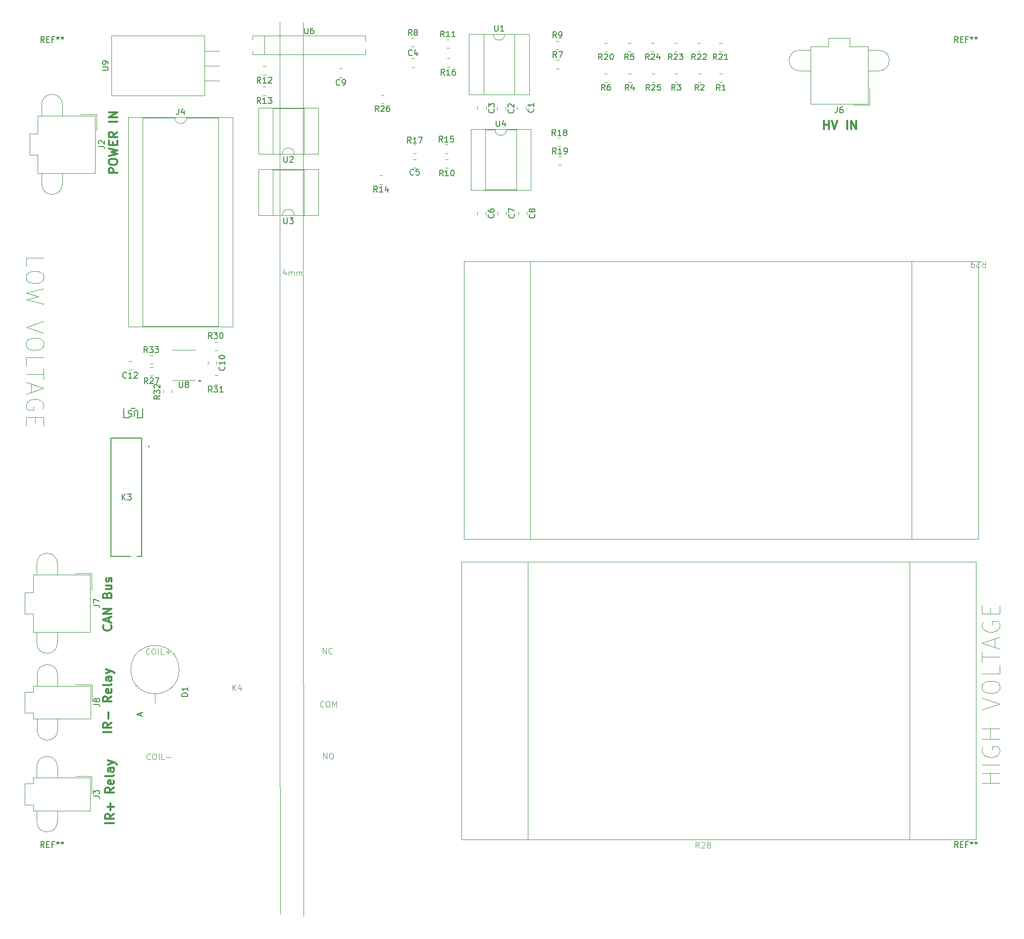
<source format=gbr>
%TF.GenerationSoftware,KiCad,Pcbnew,8.0.4*%
%TF.CreationDate,2025-05-16T23:00:12-07:00*%
%TF.ProjectId,pcc_v0.1,7063635f-7630-42e3-912e-6b696361645f,rev?*%
%TF.SameCoordinates,Original*%
%TF.FileFunction,Legend,Top*%
%TF.FilePolarity,Positive*%
%FSLAX46Y46*%
G04 Gerber Fmt 4.6, Leading zero omitted, Abs format (unit mm)*
G04 Created by KiCad (PCBNEW 8.0.4) date 2025-05-16 23:00:12*
%MOMM*%
%LPD*%
G01*
G04 APERTURE LIST*
%ADD10C,0.300000*%
%ADD11C,0.100000*%
%ADD12C,0.150000*%
%ADD13C,0.120000*%
%ADD14C,0.152400*%
%ADD15C,0.050000*%
G04 APERTURE END LIST*
D10*
X191754510Y-38800828D02*
X191754510Y-37300828D01*
X191754510Y-38015114D02*
X192611653Y-38015114D01*
X192611653Y-38800828D02*
X192611653Y-37300828D01*
X193111654Y-37300828D02*
X193611654Y-38800828D01*
X193611654Y-38800828D02*
X194111654Y-37300828D01*
X195754510Y-38800828D02*
X195754510Y-37300828D01*
X196468796Y-38800828D02*
X196468796Y-37300828D01*
X196468796Y-37300828D02*
X197325939Y-38800828D01*
X197325939Y-38800828D02*
X197325939Y-37300828D01*
X71000828Y-46245489D02*
X69500828Y-46245489D01*
X69500828Y-46245489D02*
X69500828Y-45674060D01*
X69500828Y-45674060D02*
X69572257Y-45531203D01*
X69572257Y-45531203D02*
X69643685Y-45459774D01*
X69643685Y-45459774D02*
X69786542Y-45388346D01*
X69786542Y-45388346D02*
X70000828Y-45388346D01*
X70000828Y-45388346D02*
X70143685Y-45459774D01*
X70143685Y-45459774D02*
X70215114Y-45531203D01*
X70215114Y-45531203D02*
X70286542Y-45674060D01*
X70286542Y-45674060D02*
X70286542Y-46245489D01*
X69500828Y-44459774D02*
X69500828Y-44174060D01*
X69500828Y-44174060D02*
X69572257Y-44031203D01*
X69572257Y-44031203D02*
X69715114Y-43888346D01*
X69715114Y-43888346D02*
X70000828Y-43816917D01*
X70000828Y-43816917D02*
X70500828Y-43816917D01*
X70500828Y-43816917D02*
X70786542Y-43888346D01*
X70786542Y-43888346D02*
X70929400Y-44031203D01*
X70929400Y-44031203D02*
X71000828Y-44174060D01*
X71000828Y-44174060D02*
X71000828Y-44459774D01*
X71000828Y-44459774D02*
X70929400Y-44602632D01*
X70929400Y-44602632D02*
X70786542Y-44745489D01*
X70786542Y-44745489D02*
X70500828Y-44816917D01*
X70500828Y-44816917D02*
X70000828Y-44816917D01*
X70000828Y-44816917D02*
X69715114Y-44745489D01*
X69715114Y-44745489D02*
X69572257Y-44602632D01*
X69572257Y-44602632D02*
X69500828Y-44459774D01*
X69500828Y-43316917D02*
X71000828Y-42959774D01*
X71000828Y-42959774D02*
X69929400Y-42674060D01*
X69929400Y-42674060D02*
X71000828Y-42388345D01*
X71000828Y-42388345D02*
X69500828Y-42031203D01*
X70215114Y-41459774D02*
X70215114Y-40959774D01*
X71000828Y-40745488D02*
X71000828Y-41459774D01*
X71000828Y-41459774D02*
X69500828Y-41459774D01*
X69500828Y-41459774D02*
X69500828Y-40745488D01*
X71000828Y-39245488D02*
X70286542Y-39745488D01*
X71000828Y-40102631D02*
X69500828Y-40102631D01*
X69500828Y-40102631D02*
X69500828Y-39531202D01*
X69500828Y-39531202D02*
X69572257Y-39388345D01*
X69572257Y-39388345D02*
X69643685Y-39316916D01*
X69643685Y-39316916D02*
X69786542Y-39245488D01*
X69786542Y-39245488D02*
X70000828Y-39245488D01*
X70000828Y-39245488D02*
X70143685Y-39316916D01*
X70143685Y-39316916D02*
X70215114Y-39388345D01*
X70215114Y-39388345D02*
X70286542Y-39531202D01*
X70286542Y-39531202D02*
X70286542Y-40102631D01*
X71000828Y-37459774D02*
X69500828Y-37459774D01*
X71000828Y-36745488D02*
X69500828Y-36745488D01*
X69500828Y-36745488D02*
X71000828Y-35888345D01*
X71000828Y-35888345D02*
X69500828Y-35888345D01*
X70400828Y-157445489D02*
X68900828Y-157445489D01*
X70400828Y-155874060D02*
X69686542Y-156374060D01*
X70400828Y-156731203D02*
X68900828Y-156731203D01*
X68900828Y-156731203D02*
X68900828Y-156159774D01*
X68900828Y-156159774D02*
X68972257Y-156016917D01*
X68972257Y-156016917D02*
X69043685Y-155945488D01*
X69043685Y-155945488D02*
X69186542Y-155874060D01*
X69186542Y-155874060D02*
X69400828Y-155874060D01*
X69400828Y-155874060D02*
X69543685Y-155945488D01*
X69543685Y-155945488D02*
X69615114Y-156016917D01*
X69615114Y-156016917D02*
X69686542Y-156159774D01*
X69686542Y-156159774D02*
X69686542Y-156731203D01*
X69829400Y-155231203D02*
X69829400Y-154088346D01*
X70400828Y-154659774D02*
X69257971Y-154659774D01*
X70400828Y-151374060D02*
X69686542Y-151874060D01*
X70400828Y-152231203D02*
X68900828Y-152231203D01*
X68900828Y-152231203D02*
X68900828Y-151659774D01*
X68900828Y-151659774D02*
X68972257Y-151516917D01*
X68972257Y-151516917D02*
X69043685Y-151445488D01*
X69043685Y-151445488D02*
X69186542Y-151374060D01*
X69186542Y-151374060D02*
X69400828Y-151374060D01*
X69400828Y-151374060D02*
X69543685Y-151445488D01*
X69543685Y-151445488D02*
X69615114Y-151516917D01*
X69615114Y-151516917D02*
X69686542Y-151659774D01*
X69686542Y-151659774D02*
X69686542Y-152231203D01*
X70329400Y-150159774D02*
X70400828Y-150302631D01*
X70400828Y-150302631D02*
X70400828Y-150588346D01*
X70400828Y-150588346D02*
X70329400Y-150731203D01*
X70329400Y-150731203D02*
X70186542Y-150802631D01*
X70186542Y-150802631D02*
X69615114Y-150802631D01*
X69615114Y-150802631D02*
X69472257Y-150731203D01*
X69472257Y-150731203D02*
X69400828Y-150588346D01*
X69400828Y-150588346D02*
X69400828Y-150302631D01*
X69400828Y-150302631D02*
X69472257Y-150159774D01*
X69472257Y-150159774D02*
X69615114Y-150088346D01*
X69615114Y-150088346D02*
X69757971Y-150088346D01*
X69757971Y-150088346D02*
X69900828Y-150802631D01*
X70400828Y-149231203D02*
X70329400Y-149374060D01*
X70329400Y-149374060D02*
X70186542Y-149445489D01*
X70186542Y-149445489D02*
X68900828Y-149445489D01*
X70400828Y-148016918D02*
X69615114Y-148016918D01*
X69615114Y-148016918D02*
X69472257Y-148088346D01*
X69472257Y-148088346D02*
X69400828Y-148231203D01*
X69400828Y-148231203D02*
X69400828Y-148516918D01*
X69400828Y-148516918D02*
X69472257Y-148659775D01*
X70329400Y-148016918D02*
X70400828Y-148159775D01*
X70400828Y-148159775D02*
X70400828Y-148516918D01*
X70400828Y-148516918D02*
X70329400Y-148659775D01*
X70329400Y-148659775D02*
X70186542Y-148731203D01*
X70186542Y-148731203D02*
X70043685Y-148731203D01*
X70043685Y-148731203D02*
X69900828Y-148659775D01*
X69900828Y-148659775D02*
X69829400Y-148516918D01*
X69829400Y-148516918D02*
X69829400Y-148159775D01*
X69829400Y-148159775D02*
X69757971Y-148016918D01*
X69400828Y-147445489D02*
X70400828Y-147088346D01*
X69400828Y-146731203D02*
X70400828Y-147088346D01*
X70400828Y-147088346D02*
X70757971Y-147231203D01*
X70757971Y-147231203D02*
X70829400Y-147302632D01*
X70829400Y-147302632D02*
X70900828Y-147445489D01*
X70000828Y-141845489D02*
X68500828Y-141845489D01*
X70000828Y-140274060D02*
X69286542Y-140774060D01*
X70000828Y-141131203D02*
X68500828Y-141131203D01*
X68500828Y-141131203D02*
X68500828Y-140559774D01*
X68500828Y-140559774D02*
X68572257Y-140416917D01*
X68572257Y-140416917D02*
X68643685Y-140345488D01*
X68643685Y-140345488D02*
X68786542Y-140274060D01*
X68786542Y-140274060D02*
X69000828Y-140274060D01*
X69000828Y-140274060D02*
X69143685Y-140345488D01*
X69143685Y-140345488D02*
X69215114Y-140416917D01*
X69215114Y-140416917D02*
X69286542Y-140559774D01*
X69286542Y-140559774D02*
X69286542Y-141131203D01*
X69429400Y-139631203D02*
X69429400Y-138488346D01*
X70000828Y-135774060D02*
X69286542Y-136274060D01*
X70000828Y-136631203D02*
X68500828Y-136631203D01*
X68500828Y-136631203D02*
X68500828Y-136059774D01*
X68500828Y-136059774D02*
X68572257Y-135916917D01*
X68572257Y-135916917D02*
X68643685Y-135845488D01*
X68643685Y-135845488D02*
X68786542Y-135774060D01*
X68786542Y-135774060D02*
X69000828Y-135774060D01*
X69000828Y-135774060D02*
X69143685Y-135845488D01*
X69143685Y-135845488D02*
X69215114Y-135916917D01*
X69215114Y-135916917D02*
X69286542Y-136059774D01*
X69286542Y-136059774D02*
X69286542Y-136631203D01*
X69929400Y-134559774D02*
X70000828Y-134702631D01*
X70000828Y-134702631D02*
X70000828Y-134988346D01*
X70000828Y-134988346D02*
X69929400Y-135131203D01*
X69929400Y-135131203D02*
X69786542Y-135202631D01*
X69786542Y-135202631D02*
X69215114Y-135202631D01*
X69215114Y-135202631D02*
X69072257Y-135131203D01*
X69072257Y-135131203D02*
X69000828Y-134988346D01*
X69000828Y-134988346D02*
X69000828Y-134702631D01*
X69000828Y-134702631D02*
X69072257Y-134559774D01*
X69072257Y-134559774D02*
X69215114Y-134488346D01*
X69215114Y-134488346D02*
X69357971Y-134488346D01*
X69357971Y-134488346D02*
X69500828Y-135202631D01*
X70000828Y-133631203D02*
X69929400Y-133774060D01*
X69929400Y-133774060D02*
X69786542Y-133845489D01*
X69786542Y-133845489D02*
X68500828Y-133845489D01*
X70000828Y-132416918D02*
X69215114Y-132416918D01*
X69215114Y-132416918D02*
X69072257Y-132488346D01*
X69072257Y-132488346D02*
X69000828Y-132631203D01*
X69000828Y-132631203D02*
X69000828Y-132916918D01*
X69000828Y-132916918D02*
X69072257Y-133059775D01*
X69929400Y-132416918D02*
X70000828Y-132559775D01*
X70000828Y-132559775D02*
X70000828Y-132916918D01*
X70000828Y-132916918D02*
X69929400Y-133059775D01*
X69929400Y-133059775D02*
X69786542Y-133131203D01*
X69786542Y-133131203D02*
X69643685Y-133131203D01*
X69643685Y-133131203D02*
X69500828Y-133059775D01*
X69500828Y-133059775D02*
X69429400Y-132916918D01*
X69429400Y-132916918D02*
X69429400Y-132559775D01*
X69429400Y-132559775D02*
X69357971Y-132416918D01*
X69000828Y-131845489D02*
X70000828Y-131488346D01*
X69000828Y-131131203D02*
X70000828Y-131488346D01*
X70000828Y-131488346D02*
X70357971Y-131631203D01*
X70357971Y-131631203D02*
X70429400Y-131702632D01*
X70429400Y-131702632D02*
X70500828Y-131845489D01*
X69857971Y-123588346D02*
X69929400Y-123659774D01*
X69929400Y-123659774D02*
X70000828Y-123874060D01*
X70000828Y-123874060D02*
X70000828Y-124016917D01*
X70000828Y-124016917D02*
X69929400Y-124231203D01*
X69929400Y-124231203D02*
X69786542Y-124374060D01*
X69786542Y-124374060D02*
X69643685Y-124445489D01*
X69643685Y-124445489D02*
X69357971Y-124516917D01*
X69357971Y-124516917D02*
X69143685Y-124516917D01*
X69143685Y-124516917D02*
X68857971Y-124445489D01*
X68857971Y-124445489D02*
X68715114Y-124374060D01*
X68715114Y-124374060D02*
X68572257Y-124231203D01*
X68572257Y-124231203D02*
X68500828Y-124016917D01*
X68500828Y-124016917D02*
X68500828Y-123874060D01*
X68500828Y-123874060D02*
X68572257Y-123659774D01*
X68572257Y-123659774D02*
X68643685Y-123588346D01*
X69572257Y-123016917D02*
X69572257Y-122302632D01*
X70000828Y-123159774D02*
X68500828Y-122659774D01*
X68500828Y-122659774D02*
X70000828Y-122159774D01*
X70000828Y-121659775D02*
X68500828Y-121659775D01*
X68500828Y-121659775D02*
X70000828Y-120802632D01*
X70000828Y-120802632D02*
X68500828Y-120802632D01*
X69215114Y-118445489D02*
X69286542Y-118231203D01*
X69286542Y-118231203D02*
X69357971Y-118159774D01*
X69357971Y-118159774D02*
X69500828Y-118088346D01*
X69500828Y-118088346D02*
X69715114Y-118088346D01*
X69715114Y-118088346D02*
X69857971Y-118159774D01*
X69857971Y-118159774D02*
X69929400Y-118231203D01*
X69929400Y-118231203D02*
X70000828Y-118374060D01*
X70000828Y-118374060D02*
X70000828Y-118945489D01*
X70000828Y-118945489D02*
X68500828Y-118945489D01*
X68500828Y-118945489D02*
X68500828Y-118445489D01*
X68500828Y-118445489D02*
X68572257Y-118302632D01*
X68572257Y-118302632D02*
X68643685Y-118231203D01*
X68643685Y-118231203D02*
X68786542Y-118159774D01*
X68786542Y-118159774D02*
X68929400Y-118159774D01*
X68929400Y-118159774D02*
X69072257Y-118231203D01*
X69072257Y-118231203D02*
X69143685Y-118302632D01*
X69143685Y-118302632D02*
X69215114Y-118445489D01*
X69215114Y-118445489D02*
X69215114Y-118945489D01*
X69000828Y-116802632D02*
X70000828Y-116802632D01*
X69000828Y-117445489D02*
X69786542Y-117445489D01*
X69786542Y-117445489D02*
X69929400Y-117374060D01*
X69929400Y-117374060D02*
X70000828Y-117231203D01*
X70000828Y-117231203D02*
X70000828Y-117016917D01*
X70000828Y-117016917D02*
X69929400Y-116874060D01*
X69929400Y-116874060D02*
X69857971Y-116802632D01*
X69929400Y-116159774D02*
X70000828Y-116016917D01*
X70000828Y-116016917D02*
X70000828Y-115731203D01*
X70000828Y-115731203D02*
X69929400Y-115588346D01*
X69929400Y-115588346D02*
X69786542Y-115516917D01*
X69786542Y-115516917D02*
X69715114Y-115516917D01*
X69715114Y-115516917D02*
X69572257Y-115588346D01*
X69572257Y-115588346D02*
X69500828Y-115731203D01*
X69500828Y-115731203D02*
X69500828Y-115945489D01*
X69500828Y-115945489D02*
X69429400Y-116088346D01*
X69429400Y-116088346D02*
X69286542Y-116159774D01*
X69286542Y-116159774D02*
X69215114Y-116159774D01*
X69215114Y-116159774D02*
X69072257Y-116088346D01*
X69072257Y-116088346D02*
X69000828Y-115945489D01*
X69000828Y-115945489D02*
X69000828Y-115731203D01*
X69000828Y-115731203D02*
X69072257Y-115588346D01*
D11*
X98750000Y-89400003D02*
X98772608Y-127200016D01*
X98773804Y-129199896D02*
X98800000Y-173000000D01*
X98772608Y-127200016D02*
X98773804Y-129199896D01*
X102750000Y-20500000D02*
X102750000Y-93400003D01*
X98750000Y-20500000D02*
X98750000Y-89400003D01*
X102750000Y-93400003D02*
X102800000Y-173400000D01*
X99782708Y-63106005D02*
X99782708Y-63772672D01*
X99544613Y-62725053D02*
X99306518Y-63439338D01*
X99306518Y-63439338D02*
X99925565Y-63439338D01*
X100306518Y-63772672D02*
X100306518Y-63106005D01*
X100306518Y-63201243D02*
X100354137Y-63153624D01*
X100354137Y-63153624D02*
X100449375Y-63106005D01*
X100449375Y-63106005D02*
X100592232Y-63106005D01*
X100592232Y-63106005D02*
X100687470Y-63153624D01*
X100687470Y-63153624D02*
X100735089Y-63248862D01*
X100735089Y-63248862D02*
X100735089Y-63772672D01*
X100735089Y-63248862D02*
X100782708Y-63153624D01*
X100782708Y-63153624D02*
X100877946Y-63106005D01*
X100877946Y-63106005D02*
X101020803Y-63106005D01*
X101020803Y-63106005D02*
X101116042Y-63153624D01*
X101116042Y-63153624D02*
X101163661Y-63248862D01*
X101163661Y-63248862D02*
X101163661Y-63772672D01*
X101639851Y-63772672D02*
X101639851Y-63106005D01*
X101639851Y-63201243D02*
X101687470Y-63153624D01*
X101687470Y-63153624D02*
X101782708Y-63106005D01*
X101782708Y-63106005D02*
X101925565Y-63106005D01*
X101925565Y-63106005D02*
X102020803Y-63153624D01*
X102020803Y-63153624D02*
X102068422Y-63248862D01*
X102068422Y-63248862D02*
X102068422Y-63772672D01*
X102068422Y-63248862D02*
X102116041Y-63153624D01*
X102116041Y-63153624D02*
X102211279Y-63106005D01*
X102211279Y-63106005D02*
X102354136Y-63106005D01*
X102354136Y-63106005D02*
X102449375Y-63153624D01*
X102449375Y-63153624D02*
X102496994Y-63248862D01*
X102496994Y-63248862D02*
X102496994Y-63772672D01*
X221827657Y-150619925D02*
X218827657Y-150619925D01*
X220256228Y-150619925D02*
X220256228Y-148905639D01*
X221827657Y-148905639D02*
X218827657Y-148905639D01*
X221827657Y-147477068D02*
X218827657Y-147477068D01*
X218970514Y-144477068D02*
X218827657Y-144762783D01*
X218827657Y-144762783D02*
X218827657Y-145191354D01*
X218827657Y-145191354D02*
X218970514Y-145619925D01*
X218970514Y-145619925D02*
X219256228Y-145905640D01*
X219256228Y-145905640D02*
X219541942Y-146048497D01*
X219541942Y-146048497D02*
X220113371Y-146191354D01*
X220113371Y-146191354D02*
X220541942Y-146191354D01*
X220541942Y-146191354D02*
X221113371Y-146048497D01*
X221113371Y-146048497D02*
X221399085Y-145905640D01*
X221399085Y-145905640D02*
X221684800Y-145619925D01*
X221684800Y-145619925D02*
X221827657Y-145191354D01*
X221827657Y-145191354D02*
X221827657Y-144905640D01*
X221827657Y-144905640D02*
X221684800Y-144477068D01*
X221684800Y-144477068D02*
X221541942Y-144334211D01*
X221541942Y-144334211D02*
X220541942Y-144334211D01*
X220541942Y-144334211D02*
X220541942Y-144905640D01*
X221827657Y-143048497D02*
X218827657Y-143048497D01*
X220256228Y-143048497D02*
X220256228Y-141334211D01*
X221827657Y-141334211D02*
X218827657Y-141334211D01*
X218827657Y-138048497D02*
X221827657Y-137048497D01*
X221827657Y-137048497D02*
X218827657Y-136048497D01*
X218827657Y-134477068D02*
X218827657Y-133905640D01*
X218827657Y-133905640D02*
X218970514Y-133619925D01*
X218970514Y-133619925D02*
X219256228Y-133334211D01*
X219256228Y-133334211D02*
X219827657Y-133191354D01*
X219827657Y-133191354D02*
X220827657Y-133191354D01*
X220827657Y-133191354D02*
X221399085Y-133334211D01*
X221399085Y-133334211D02*
X221684800Y-133619925D01*
X221684800Y-133619925D02*
X221827657Y-133905640D01*
X221827657Y-133905640D02*
X221827657Y-134477068D01*
X221827657Y-134477068D02*
X221684800Y-134762783D01*
X221684800Y-134762783D02*
X221399085Y-135048497D01*
X221399085Y-135048497D02*
X220827657Y-135191354D01*
X220827657Y-135191354D02*
X219827657Y-135191354D01*
X219827657Y-135191354D02*
X219256228Y-135048497D01*
X219256228Y-135048497D02*
X218970514Y-134762783D01*
X218970514Y-134762783D02*
X218827657Y-134477068D01*
X221827657Y-130477068D02*
X221827657Y-131905640D01*
X221827657Y-131905640D02*
X218827657Y-131905640D01*
X218827657Y-129905640D02*
X218827657Y-128191355D01*
X221827657Y-129048497D02*
X218827657Y-129048497D01*
X220970514Y-127334212D02*
X220970514Y-125905641D01*
X221827657Y-127619926D02*
X218827657Y-126619926D01*
X218827657Y-126619926D02*
X221827657Y-125619926D01*
X218970514Y-123048497D02*
X218827657Y-123334212D01*
X218827657Y-123334212D02*
X218827657Y-123762783D01*
X218827657Y-123762783D02*
X218970514Y-124191354D01*
X218970514Y-124191354D02*
X219256228Y-124477069D01*
X219256228Y-124477069D02*
X219541942Y-124619926D01*
X219541942Y-124619926D02*
X220113371Y-124762783D01*
X220113371Y-124762783D02*
X220541942Y-124762783D01*
X220541942Y-124762783D02*
X221113371Y-124619926D01*
X221113371Y-124619926D02*
X221399085Y-124477069D01*
X221399085Y-124477069D02*
X221684800Y-124191354D01*
X221684800Y-124191354D02*
X221827657Y-123762783D01*
X221827657Y-123762783D02*
X221827657Y-123477069D01*
X221827657Y-123477069D02*
X221684800Y-123048497D01*
X221684800Y-123048497D02*
X221541942Y-122905640D01*
X221541942Y-122905640D02*
X220541942Y-122905640D01*
X220541942Y-122905640D02*
X220541942Y-123477069D01*
X220256228Y-121619926D02*
X220256228Y-120619926D01*
X221827657Y-120191354D02*
X221827657Y-121619926D01*
X221827657Y-121619926D02*
X218827657Y-121619926D01*
X218827657Y-121619926D02*
X218827657Y-120191354D01*
X55372342Y-62208646D02*
X55372342Y-60780074D01*
X55372342Y-60780074D02*
X58372342Y-60780074D01*
X58372342Y-63780074D02*
X58372342Y-64351502D01*
X58372342Y-64351502D02*
X58229485Y-64637217D01*
X58229485Y-64637217D02*
X57943771Y-64922931D01*
X57943771Y-64922931D02*
X57372342Y-65065788D01*
X57372342Y-65065788D02*
X56372342Y-65065788D01*
X56372342Y-65065788D02*
X55800914Y-64922931D01*
X55800914Y-64922931D02*
X55515200Y-64637217D01*
X55515200Y-64637217D02*
X55372342Y-64351502D01*
X55372342Y-64351502D02*
X55372342Y-63780074D01*
X55372342Y-63780074D02*
X55515200Y-63494360D01*
X55515200Y-63494360D02*
X55800914Y-63208645D01*
X55800914Y-63208645D02*
X56372342Y-63065788D01*
X56372342Y-63065788D02*
X57372342Y-63065788D01*
X57372342Y-63065788D02*
X57943771Y-63208645D01*
X57943771Y-63208645D02*
X58229485Y-63494360D01*
X58229485Y-63494360D02*
X58372342Y-63780074D01*
X58372342Y-66065788D02*
X55372342Y-66780074D01*
X55372342Y-66780074D02*
X57515200Y-67351502D01*
X57515200Y-67351502D02*
X55372342Y-67922931D01*
X55372342Y-67922931D02*
X58372342Y-68637217D01*
X58372342Y-71637216D02*
X55372342Y-72637216D01*
X55372342Y-72637216D02*
X58372342Y-73637216D01*
X58372342Y-75208645D02*
X58372342Y-75780073D01*
X58372342Y-75780073D02*
X58229485Y-76065788D01*
X58229485Y-76065788D02*
X57943771Y-76351502D01*
X57943771Y-76351502D02*
X57372342Y-76494359D01*
X57372342Y-76494359D02*
X56372342Y-76494359D01*
X56372342Y-76494359D02*
X55800914Y-76351502D01*
X55800914Y-76351502D02*
X55515200Y-76065788D01*
X55515200Y-76065788D02*
X55372342Y-75780073D01*
X55372342Y-75780073D02*
X55372342Y-75208645D01*
X55372342Y-75208645D02*
X55515200Y-74922931D01*
X55515200Y-74922931D02*
X55800914Y-74637216D01*
X55800914Y-74637216D02*
X56372342Y-74494359D01*
X56372342Y-74494359D02*
X57372342Y-74494359D01*
X57372342Y-74494359D02*
X57943771Y-74637216D01*
X57943771Y-74637216D02*
X58229485Y-74922931D01*
X58229485Y-74922931D02*
X58372342Y-75208645D01*
X55372342Y-79208645D02*
X55372342Y-77780073D01*
X55372342Y-77780073D02*
X58372342Y-77780073D01*
X58372342Y-79780073D02*
X58372342Y-81494359D01*
X55372342Y-80637216D02*
X58372342Y-80637216D01*
X56229485Y-82351501D02*
X56229485Y-83780073D01*
X55372342Y-82065787D02*
X58372342Y-83065787D01*
X58372342Y-83065787D02*
X55372342Y-84065787D01*
X58229485Y-86637216D02*
X58372342Y-86351502D01*
X58372342Y-86351502D02*
X58372342Y-85922930D01*
X58372342Y-85922930D02*
X58229485Y-85494359D01*
X58229485Y-85494359D02*
X57943771Y-85208644D01*
X57943771Y-85208644D02*
X57658057Y-85065787D01*
X57658057Y-85065787D02*
X57086628Y-84922930D01*
X57086628Y-84922930D02*
X56658057Y-84922930D01*
X56658057Y-84922930D02*
X56086628Y-85065787D01*
X56086628Y-85065787D02*
X55800914Y-85208644D01*
X55800914Y-85208644D02*
X55515200Y-85494359D01*
X55515200Y-85494359D02*
X55372342Y-85922930D01*
X55372342Y-85922930D02*
X55372342Y-86208644D01*
X55372342Y-86208644D02*
X55515200Y-86637216D01*
X55515200Y-86637216D02*
X55658057Y-86780073D01*
X55658057Y-86780073D02*
X56658057Y-86780073D01*
X56658057Y-86780073D02*
X56658057Y-86208644D01*
X56943771Y-88065787D02*
X56943771Y-89065787D01*
X55372342Y-89494359D02*
X55372342Y-88065787D01*
X55372342Y-88065787D02*
X58372342Y-88065787D01*
X58372342Y-88065787D02*
X58372342Y-89494359D01*
D12*
X82974819Y-135748094D02*
X81974819Y-135748094D01*
X81974819Y-135748094D02*
X81974819Y-135509999D01*
X81974819Y-135509999D02*
X82022438Y-135367142D01*
X82022438Y-135367142D02*
X82117676Y-135271904D01*
X82117676Y-135271904D02*
X82212914Y-135224285D01*
X82212914Y-135224285D02*
X82403390Y-135176666D01*
X82403390Y-135176666D02*
X82546247Y-135176666D01*
X82546247Y-135176666D02*
X82736723Y-135224285D01*
X82736723Y-135224285D02*
X82831961Y-135271904D01*
X82831961Y-135271904D02*
X82927200Y-135367142D01*
X82927200Y-135367142D02*
X82974819Y-135509999D01*
X82974819Y-135509999D02*
X82974819Y-135748094D01*
X82974819Y-134224285D02*
X82974819Y-134795713D01*
X82974819Y-134509999D02*
X81974819Y-134509999D01*
X81974819Y-134509999D02*
X82117676Y-134605237D01*
X82117676Y-134605237D02*
X82212914Y-134700475D01*
X82212914Y-134700475D02*
X82260533Y-134795713D01*
X74969104Y-139058094D02*
X74969104Y-138581904D01*
X75254819Y-139153332D02*
X74254819Y-138819999D01*
X74254819Y-138819999D02*
X75254819Y-138486666D01*
X135269580Y-53326666D02*
X135317200Y-53374285D01*
X135317200Y-53374285D02*
X135364819Y-53517142D01*
X135364819Y-53517142D02*
X135364819Y-53612380D01*
X135364819Y-53612380D02*
X135317200Y-53755237D01*
X135317200Y-53755237D02*
X135221961Y-53850475D01*
X135221961Y-53850475D02*
X135126723Y-53898094D01*
X135126723Y-53898094D02*
X134936247Y-53945713D01*
X134936247Y-53945713D02*
X134793390Y-53945713D01*
X134793390Y-53945713D02*
X134602914Y-53898094D01*
X134602914Y-53898094D02*
X134507676Y-53850475D01*
X134507676Y-53850475D02*
X134412438Y-53755237D01*
X134412438Y-53755237D02*
X134364819Y-53612380D01*
X134364819Y-53612380D02*
X134364819Y-53517142D01*
X134364819Y-53517142D02*
X134412438Y-53374285D01*
X134412438Y-53374285D02*
X134460057Y-53326666D01*
X134364819Y-52469523D02*
X134364819Y-52659999D01*
X134364819Y-52659999D02*
X134412438Y-52755237D01*
X134412438Y-52755237D02*
X134460057Y-52802856D01*
X134460057Y-52802856D02*
X134602914Y-52898094D01*
X134602914Y-52898094D02*
X134793390Y-52945713D01*
X134793390Y-52945713D02*
X135174342Y-52945713D01*
X135174342Y-52945713D02*
X135269580Y-52898094D01*
X135269580Y-52898094D02*
X135317200Y-52850475D01*
X135317200Y-52850475D02*
X135364819Y-52755237D01*
X135364819Y-52755237D02*
X135364819Y-52564761D01*
X135364819Y-52564761D02*
X135317200Y-52469523D01*
X135317200Y-52469523D02*
X135269580Y-52421904D01*
X135269580Y-52421904D02*
X135174342Y-52374285D01*
X135174342Y-52374285D02*
X134936247Y-52374285D01*
X134936247Y-52374285D02*
X134841009Y-52421904D01*
X134841009Y-52421904D02*
X134793390Y-52469523D01*
X134793390Y-52469523D02*
X134745771Y-52564761D01*
X134745771Y-52564761D02*
X134745771Y-52755237D01*
X134745771Y-52755237D02*
X134793390Y-52850475D01*
X134793390Y-52850475D02*
X134841009Y-52898094D01*
X134841009Y-52898094D02*
X134936247Y-52945713D01*
X145999642Y-42964819D02*
X145666309Y-42488628D01*
X145428214Y-42964819D02*
X145428214Y-41964819D01*
X145428214Y-41964819D02*
X145809166Y-41964819D01*
X145809166Y-41964819D02*
X145904404Y-42012438D01*
X145904404Y-42012438D02*
X145952023Y-42060057D01*
X145952023Y-42060057D02*
X145999642Y-42155295D01*
X145999642Y-42155295D02*
X145999642Y-42298152D01*
X145999642Y-42298152D02*
X145952023Y-42393390D01*
X145952023Y-42393390D02*
X145904404Y-42441009D01*
X145904404Y-42441009D02*
X145809166Y-42488628D01*
X145809166Y-42488628D02*
X145428214Y-42488628D01*
X146952023Y-42964819D02*
X146380595Y-42964819D01*
X146666309Y-42964819D02*
X146666309Y-41964819D01*
X146666309Y-41964819D02*
X146571071Y-42107676D01*
X146571071Y-42107676D02*
X146475833Y-42202914D01*
X146475833Y-42202914D02*
X146380595Y-42250533D01*
X147428214Y-42964819D02*
X147618690Y-42964819D01*
X147618690Y-42964819D02*
X147713928Y-42917200D01*
X147713928Y-42917200D02*
X147761547Y-42869580D01*
X147761547Y-42869580D02*
X147856785Y-42726723D01*
X147856785Y-42726723D02*
X147904404Y-42536247D01*
X147904404Y-42536247D02*
X147904404Y-42155295D01*
X147904404Y-42155295D02*
X147856785Y-42060057D01*
X147856785Y-42060057D02*
X147809166Y-42012438D01*
X147809166Y-42012438D02*
X147713928Y-41964819D01*
X147713928Y-41964819D02*
X147523452Y-41964819D01*
X147523452Y-41964819D02*
X147428214Y-42012438D01*
X147428214Y-42012438D02*
X147380595Y-42060057D01*
X147380595Y-42060057D02*
X147332976Y-42155295D01*
X147332976Y-42155295D02*
X147332976Y-42393390D01*
X147332976Y-42393390D02*
X147380595Y-42488628D01*
X147380595Y-42488628D02*
X147428214Y-42536247D01*
X147428214Y-42536247D02*
X147523452Y-42583866D01*
X147523452Y-42583866D02*
X147713928Y-42583866D01*
X147713928Y-42583866D02*
X147809166Y-42536247D01*
X147809166Y-42536247D02*
X147856785Y-42488628D01*
X147856785Y-42488628D02*
X147904404Y-42393390D01*
X71792158Y-102189972D02*
X71792158Y-101189972D01*
X72363586Y-102189972D02*
X71935015Y-101618543D01*
X72363586Y-101189972D02*
X71792158Y-101761400D01*
X72696920Y-101189972D02*
X73315967Y-101189972D01*
X73315967Y-101189972D02*
X72982634Y-101570924D01*
X72982634Y-101570924D02*
X73125491Y-101570924D01*
X73125491Y-101570924D02*
X73220729Y-101618543D01*
X73220729Y-101618543D02*
X73268348Y-101666162D01*
X73268348Y-101666162D02*
X73315967Y-101761400D01*
X73315967Y-101761400D02*
X73315967Y-101999495D01*
X73315967Y-101999495D02*
X73268348Y-102094733D01*
X73268348Y-102094733D02*
X73220729Y-102142353D01*
X73220729Y-102142353D02*
X73125491Y-102189972D01*
X73125491Y-102189972D02*
X72839777Y-102189972D01*
X72839777Y-102189972D02*
X72744539Y-102142353D01*
X72744539Y-102142353D02*
X72696920Y-102094733D01*
X173457395Y-26855072D02*
X173124062Y-26378881D01*
X172885967Y-26855072D02*
X172885967Y-25855072D01*
X172885967Y-25855072D02*
X173266919Y-25855072D01*
X173266919Y-25855072D02*
X173362157Y-25902691D01*
X173362157Y-25902691D02*
X173409776Y-25950310D01*
X173409776Y-25950310D02*
X173457395Y-26045548D01*
X173457395Y-26045548D02*
X173457395Y-26188405D01*
X173457395Y-26188405D02*
X173409776Y-26283643D01*
X173409776Y-26283643D02*
X173362157Y-26331262D01*
X173362157Y-26331262D02*
X173266919Y-26378881D01*
X173266919Y-26378881D02*
X172885967Y-26378881D01*
X173838348Y-25950310D02*
X173885967Y-25902691D01*
X173885967Y-25902691D02*
X173981205Y-25855072D01*
X173981205Y-25855072D02*
X174219300Y-25855072D01*
X174219300Y-25855072D02*
X174314538Y-25902691D01*
X174314538Y-25902691D02*
X174362157Y-25950310D01*
X174362157Y-25950310D02*
X174409776Y-26045548D01*
X174409776Y-26045548D02*
X174409776Y-26140786D01*
X174409776Y-26140786D02*
X174362157Y-26283643D01*
X174362157Y-26283643D02*
X173790729Y-26855072D01*
X173790729Y-26855072D02*
X174409776Y-26855072D01*
X175362157Y-26855072D02*
X174790729Y-26855072D01*
X175076443Y-26855072D02*
X175076443Y-25855072D01*
X175076443Y-25855072D02*
X174981205Y-25997929D01*
X174981205Y-25997929D02*
X174885967Y-26093167D01*
X174885967Y-26093167D02*
X174790729Y-26140786D01*
X158433586Y-32105072D02*
X158100253Y-31628881D01*
X157862158Y-32105072D02*
X157862158Y-31105072D01*
X157862158Y-31105072D02*
X158243110Y-31105072D01*
X158243110Y-31105072D02*
X158338348Y-31152691D01*
X158338348Y-31152691D02*
X158385967Y-31200310D01*
X158385967Y-31200310D02*
X158433586Y-31295548D01*
X158433586Y-31295548D02*
X158433586Y-31438405D01*
X158433586Y-31438405D02*
X158385967Y-31533643D01*
X158385967Y-31533643D02*
X158338348Y-31581262D01*
X158338348Y-31581262D02*
X158243110Y-31628881D01*
X158243110Y-31628881D02*
X157862158Y-31628881D01*
X159290729Y-31438405D02*
X159290729Y-32105072D01*
X159052634Y-31057453D02*
X158814539Y-31771738D01*
X158814539Y-31771738D02*
X159433586Y-31771738D01*
X76107395Y-76955072D02*
X75774062Y-76478881D01*
X75535967Y-76955072D02*
X75535967Y-75955072D01*
X75535967Y-75955072D02*
X75916919Y-75955072D01*
X75916919Y-75955072D02*
X76012157Y-76002691D01*
X76012157Y-76002691D02*
X76059776Y-76050310D01*
X76059776Y-76050310D02*
X76107395Y-76145548D01*
X76107395Y-76145548D02*
X76107395Y-76288405D01*
X76107395Y-76288405D02*
X76059776Y-76383643D01*
X76059776Y-76383643D02*
X76012157Y-76431262D01*
X76012157Y-76431262D02*
X75916919Y-76478881D01*
X75916919Y-76478881D02*
X75535967Y-76478881D01*
X76440729Y-75955072D02*
X77059776Y-75955072D01*
X77059776Y-75955072D02*
X76726443Y-76336024D01*
X76726443Y-76336024D02*
X76869300Y-76336024D01*
X76869300Y-76336024D02*
X76964538Y-76383643D01*
X76964538Y-76383643D02*
X77012157Y-76431262D01*
X77012157Y-76431262D02*
X77059776Y-76526500D01*
X77059776Y-76526500D02*
X77059776Y-76764595D01*
X77059776Y-76764595D02*
X77012157Y-76859833D01*
X77012157Y-76859833D02*
X76964538Y-76907453D01*
X76964538Y-76907453D02*
X76869300Y-76955072D01*
X76869300Y-76955072D02*
X76583586Y-76955072D01*
X76583586Y-76955072D02*
X76488348Y-76907453D01*
X76488348Y-76907453D02*
X76440729Y-76859833D01*
X77393110Y-75955072D02*
X78012157Y-75955072D01*
X78012157Y-75955072D02*
X77678824Y-76336024D01*
X77678824Y-76336024D02*
X77821681Y-76336024D01*
X77821681Y-76336024D02*
X77916919Y-76383643D01*
X77916919Y-76383643D02*
X77964538Y-76431262D01*
X77964538Y-76431262D02*
X78012157Y-76526500D01*
X78012157Y-76526500D02*
X78012157Y-76764595D01*
X78012157Y-76764595D02*
X77964538Y-76859833D01*
X77964538Y-76859833D02*
X77916919Y-76907453D01*
X77916919Y-76907453D02*
X77821681Y-76955072D01*
X77821681Y-76955072D02*
X77535967Y-76955072D01*
X77535967Y-76955072D02*
X77440729Y-76907453D01*
X77440729Y-76907453D02*
X77393110Y-76859833D01*
D11*
X170456889Y-161707166D02*
X170123556Y-161230975D01*
X169885461Y-161707166D02*
X169885461Y-160707166D01*
X169885461Y-160707166D02*
X170266413Y-160707166D01*
X170266413Y-160707166D02*
X170361651Y-160754785D01*
X170361651Y-160754785D02*
X170409270Y-160802404D01*
X170409270Y-160802404D02*
X170456889Y-160897642D01*
X170456889Y-160897642D02*
X170456889Y-161040499D01*
X170456889Y-161040499D02*
X170409270Y-161135737D01*
X170409270Y-161135737D02*
X170361651Y-161183356D01*
X170361651Y-161183356D02*
X170266413Y-161230975D01*
X170266413Y-161230975D02*
X169885461Y-161230975D01*
X170837842Y-160802404D02*
X170885461Y-160754785D01*
X170885461Y-160754785D02*
X170980699Y-160707166D01*
X170980699Y-160707166D02*
X171218794Y-160707166D01*
X171218794Y-160707166D02*
X171314032Y-160754785D01*
X171314032Y-160754785D02*
X171361651Y-160802404D01*
X171361651Y-160802404D02*
X171409270Y-160897642D01*
X171409270Y-160897642D02*
X171409270Y-160992880D01*
X171409270Y-160992880D02*
X171361651Y-161135737D01*
X171361651Y-161135737D02*
X170790223Y-161707166D01*
X170790223Y-161707166D02*
X171409270Y-161707166D01*
X171980699Y-161135737D02*
X171885461Y-161088118D01*
X171885461Y-161088118D02*
X171837842Y-161040499D01*
X171837842Y-161040499D02*
X171790223Y-160945261D01*
X171790223Y-160945261D02*
X171790223Y-160897642D01*
X171790223Y-160897642D02*
X171837842Y-160802404D01*
X171837842Y-160802404D02*
X171885461Y-160754785D01*
X171885461Y-160754785D02*
X171980699Y-160707166D01*
X171980699Y-160707166D02*
X172171175Y-160707166D01*
X172171175Y-160707166D02*
X172266413Y-160754785D01*
X172266413Y-160754785D02*
X172314032Y-160802404D01*
X172314032Y-160802404D02*
X172361651Y-160897642D01*
X172361651Y-160897642D02*
X172361651Y-160945261D01*
X172361651Y-160945261D02*
X172314032Y-161040499D01*
X172314032Y-161040499D02*
X172266413Y-161088118D01*
X172266413Y-161088118D02*
X172171175Y-161135737D01*
X172171175Y-161135737D02*
X171980699Y-161135737D01*
X171980699Y-161135737D02*
X171885461Y-161183356D01*
X171885461Y-161183356D02*
X171837842Y-161230975D01*
X171837842Y-161230975D02*
X171790223Y-161326213D01*
X171790223Y-161326213D02*
X171790223Y-161516689D01*
X171790223Y-161516689D02*
X171837842Y-161611927D01*
X171837842Y-161611927D02*
X171885461Y-161659547D01*
X171885461Y-161659547D02*
X171980699Y-161707166D01*
X171980699Y-161707166D02*
X172171175Y-161707166D01*
X172171175Y-161707166D02*
X172266413Y-161659547D01*
X172266413Y-161659547D02*
X172314032Y-161611927D01*
X172314032Y-161611927D02*
X172361651Y-161516689D01*
X172361651Y-161516689D02*
X172361651Y-161326213D01*
X172361651Y-161326213D02*
X172314032Y-161230975D01*
X172314032Y-161230975D02*
X172266413Y-161183356D01*
X172266413Y-161183356D02*
X172171175Y-161135737D01*
D12*
X121633333Y-46509580D02*
X121585714Y-46557200D01*
X121585714Y-46557200D02*
X121442857Y-46604819D01*
X121442857Y-46604819D02*
X121347619Y-46604819D01*
X121347619Y-46604819D02*
X121204762Y-46557200D01*
X121204762Y-46557200D02*
X121109524Y-46461961D01*
X121109524Y-46461961D02*
X121061905Y-46366723D01*
X121061905Y-46366723D02*
X121014286Y-46176247D01*
X121014286Y-46176247D02*
X121014286Y-46033390D01*
X121014286Y-46033390D02*
X121061905Y-45842914D01*
X121061905Y-45842914D02*
X121109524Y-45747676D01*
X121109524Y-45747676D02*
X121204762Y-45652438D01*
X121204762Y-45652438D02*
X121347619Y-45604819D01*
X121347619Y-45604819D02*
X121442857Y-45604819D01*
X121442857Y-45604819D02*
X121585714Y-45652438D01*
X121585714Y-45652438D02*
X121633333Y-45700057D01*
X122538095Y-45604819D02*
X122061905Y-45604819D01*
X122061905Y-45604819D02*
X122014286Y-46081009D01*
X122014286Y-46081009D02*
X122061905Y-46033390D01*
X122061905Y-46033390D02*
X122157143Y-45985771D01*
X122157143Y-45985771D02*
X122395238Y-45985771D01*
X122395238Y-45985771D02*
X122490476Y-46033390D01*
X122490476Y-46033390D02*
X122538095Y-46081009D01*
X122538095Y-46081009D02*
X122585714Y-46176247D01*
X122585714Y-46176247D02*
X122585714Y-46414342D01*
X122585714Y-46414342D02*
X122538095Y-46509580D01*
X122538095Y-46509580D02*
X122490476Y-46557200D01*
X122490476Y-46557200D02*
X122395238Y-46604819D01*
X122395238Y-46604819D02*
X122157143Y-46604819D01*
X122157143Y-46604819D02*
X122061905Y-46557200D01*
X122061905Y-46557200D02*
X122014286Y-46509580D01*
X87132395Y-74545072D02*
X86799062Y-74068881D01*
X86560967Y-74545072D02*
X86560967Y-73545072D01*
X86560967Y-73545072D02*
X86941919Y-73545072D01*
X86941919Y-73545072D02*
X87037157Y-73592691D01*
X87037157Y-73592691D02*
X87084776Y-73640310D01*
X87084776Y-73640310D02*
X87132395Y-73735548D01*
X87132395Y-73735548D02*
X87132395Y-73878405D01*
X87132395Y-73878405D02*
X87084776Y-73973643D01*
X87084776Y-73973643D02*
X87037157Y-74021262D01*
X87037157Y-74021262D02*
X86941919Y-74068881D01*
X86941919Y-74068881D02*
X86560967Y-74068881D01*
X87465729Y-73545072D02*
X88084776Y-73545072D01*
X88084776Y-73545072D02*
X87751443Y-73926024D01*
X87751443Y-73926024D02*
X87894300Y-73926024D01*
X87894300Y-73926024D02*
X87989538Y-73973643D01*
X87989538Y-73973643D02*
X88037157Y-74021262D01*
X88037157Y-74021262D02*
X88084776Y-74116500D01*
X88084776Y-74116500D02*
X88084776Y-74354595D01*
X88084776Y-74354595D02*
X88037157Y-74449833D01*
X88037157Y-74449833D02*
X87989538Y-74497453D01*
X87989538Y-74497453D02*
X87894300Y-74545072D01*
X87894300Y-74545072D02*
X87608586Y-74545072D01*
X87608586Y-74545072D02*
X87513348Y-74497453D01*
X87513348Y-74497453D02*
X87465729Y-74449833D01*
X88703824Y-73545072D02*
X88799062Y-73545072D01*
X88799062Y-73545072D02*
X88894300Y-73592691D01*
X88894300Y-73592691D02*
X88941919Y-73640310D01*
X88941919Y-73640310D02*
X88989538Y-73735548D01*
X88989538Y-73735548D02*
X89037157Y-73926024D01*
X89037157Y-73926024D02*
X89037157Y-74164119D01*
X89037157Y-74164119D02*
X88989538Y-74354595D01*
X88989538Y-74354595D02*
X88941919Y-74449833D01*
X88941919Y-74449833D02*
X88894300Y-74497453D01*
X88894300Y-74497453D02*
X88799062Y-74545072D01*
X88799062Y-74545072D02*
X88703824Y-74545072D01*
X88703824Y-74545072D02*
X88608586Y-74497453D01*
X88608586Y-74497453D02*
X88560967Y-74449833D01*
X88560967Y-74449833D02*
X88513348Y-74354595D01*
X88513348Y-74354595D02*
X88465729Y-74164119D01*
X88465729Y-74164119D02*
X88465729Y-73926024D01*
X88465729Y-73926024D02*
X88513348Y-73735548D01*
X88513348Y-73735548D02*
X88560967Y-73640310D01*
X88560967Y-73640310D02*
X88608586Y-73592691D01*
X88608586Y-73592691D02*
X88703824Y-73545072D01*
X126907142Y-29504819D02*
X126573809Y-29028628D01*
X126335714Y-29504819D02*
X126335714Y-28504819D01*
X126335714Y-28504819D02*
X126716666Y-28504819D01*
X126716666Y-28504819D02*
X126811904Y-28552438D01*
X126811904Y-28552438D02*
X126859523Y-28600057D01*
X126859523Y-28600057D02*
X126907142Y-28695295D01*
X126907142Y-28695295D02*
X126907142Y-28838152D01*
X126907142Y-28838152D02*
X126859523Y-28933390D01*
X126859523Y-28933390D02*
X126811904Y-28981009D01*
X126811904Y-28981009D02*
X126716666Y-29028628D01*
X126716666Y-29028628D02*
X126335714Y-29028628D01*
X127859523Y-29504819D02*
X127288095Y-29504819D01*
X127573809Y-29504819D02*
X127573809Y-28504819D01*
X127573809Y-28504819D02*
X127478571Y-28647676D01*
X127478571Y-28647676D02*
X127383333Y-28742914D01*
X127383333Y-28742914D02*
X127288095Y-28790533D01*
X128716666Y-28504819D02*
X128526190Y-28504819D01*
X128526190Y-28504819D02*
X128430952Y-28552438D01*
X128430952Y-28552438D02*
X128383333Y-28600057D01*
X128383333Y-28600057D02*
X128288095Y-28742914D01*
X128288095Y-28742914D02*
X128240476Y-28933390D01*
X128240476Y-28933390D02*
X128240476Y-29314342D01*
X128240476Y-29314342D02*
X128288095Y-29409580D01*
X128288095Y-29409580D02*
X128335714Y-29457200D01*
X128335714Y-29457200D02*
X128430952Y-29504819D01*
X128430952Y-29504819D02*
X128621428Y-29504819D01*
X128621428Y-29504819D02*
X128716666Y-29457200D01*
X128716666Y-29457200D02*
X128764285Y-29409580D01*
X128764285Y-29409580D02*
X128811904Y-29314342D01*
X128811904Y-29314342D02*
X128811904Y-29076247D01*
X128811904Y-29076247D02*
X128764285Y-28981009D01*
X128764285Y-28981009D02*
X128716666Y-28933390D01*
X128716666Y-28933390D02*
X128621428Y-28885771D01*
X128621428Y-28885771D02*
X128430952Y-28885771D01*
X128430952Y-28885771D02*
X128335714Y-28933390D01*
X128335714Y-28933390D02*
X128288095Y-28981009D01*
X128288095Y-28981009D02*
X128240476Y-29076247D01*
X95469895Y-30855072D02*
X95136562Y-30378881D01*
X94898467Y-30855072D02*
X94898467Y-29855072D01*
X94898467Y-29855072D02*
X95279419Y-29855072D01*
X95279419Y-29855072D02*
X95374657Y-29902691D01*
X95374657Y-29902691D02*
X95422276Y-29950310D01*
X95422276Y-29950310D02*
X95469895Y-30045548D01*
X95469895Y-30045548D02*
X95469895Y-30188405D01*
X95469895Y-30188405D02*
X95422276Y-30283643D01*
X95422276Y-30283643D02*
X95374657Y-30331262D01*
X95374657Y-30331262D02*
X95279419Y-30378881D01*
X95279419Y-30378881D02*
X94898467Y-30378881D01*
X96422276Y-30855072D02*
X95850848Y-30855072D01*
X96136562Y-30855072D02*
X96136562Y-29855072D01*
X96136562Y-29855072D02*
X96041324Y-29997929D01*
X96041324Y-29997929D02*
X95946086Y-30093167D01*
X95946086Y-30093167D02*
X95850848Y-30140786D01*
X96803229Y-29950310D02*
X96850848Y-29902691D01*
X96850848Y-29902691D02*
X96946086Y-29855072D01*
X96946086Y-29855072D02*
X97184181Y-29855072D01*
X97184181Y-29855072D02*
X97279419Y-29902691D01*
X97279419Y-29902691D02*
X97327038Y-29950310D01*
X97327038Y-29950310D02*
X97374657Y-30045548D01*
X97374657Y-30045548D02*
X97374657Y-30140786D01*
X97374657Y-30140786D02*
X97327038Y-30283643D01*
X97327038Y-30283643D02*
X96755610Y-30855072D01*
X96755610Y-30855072D02*
X97374657Y-30855072D01*
X142089580Y-35266666D02*
X142137200Y-35314285D01*
X142137200Y-35314285D02*
X142184819Y-35457142D01*
X142184819Y-35457142D02*
X142184819Y-35552380D01*
X142184819Y-35552380D02*
X142137200Y-35695237D01*
X142137200Y-35695237D02*
X142041961Y-35790475D01*
X142041961Y-35790475D02*
X141946723Y-35838094D01*
X141946723Y-35838094D02*
X141756247Y-35885713D01*
X141756247Y-35885713D02*
X141613390Y-35885713D01*
X141613390Y-35885713D02*
X141422914Y-35838094D01*
X141422914Y-35838094D02*
X141327676Y-35790475D01*
X141327676Y-35790475D02*
X141232438Y-35695237D01*
X141232438Y-35695237D02*
X141184819Y-35552380D01*
X141184819Y-35552380D02*
X141184819Y-35457142D01*
X141184819Y-35457142D02*
X141232438Y-35314285D01*
X141232438Y-35314285D02*
X141280057Y-35266666D01*
X142184819Y-34314285D02*
X142184819Y-34885713D01*
X142184819Y-34599999D02*
X141184819Y-34599999D01*
X141184819Y-34599999D02*
X141327676Y-34695237D01*
X141327676Y-34695237D02*
X141422914Y-34790475D01*
X141422914Y-34790475D02*
X141470533Y-34885713D01*
X214716919Y-161605072D02*
X214383586Y-161128881D01*
X214145491Y-161605072D02*
X214145491Y-160605072D01*
X214145491Y-160605072D02*
X214526443Y-160605072D01*
X214526443Y-160605072D02*
X214621681Y-160652691D01*
X214621681Y-160652691D02*
X214669300Y-160700310D01*
X214669300Y-160700310D02*
X214716919Y-160795548D01*
X214716919Y-160795548D02*
X214716919Y-160938405D01*
X214716919Y-160938405D02*
X214669300Y-161033643D01*
X214669300Y-161033643D02*
X214621681Y-161081262D01*
X214621681Y-161081262D02*
X214526443Y-161128881D01*
X214526443Y-161128881D02*
X214145491Y-161128881D01*
X215145491Y-161081262D02*
X215478824Y-161081262D01*
X215621681Y-161605072D02*
X215145491Y-161605072D01*
X215145491Y-161605072D02*
X215145491Y-160605072D01*
X215145491Y-160605072D02*
X215621681Y-160605072D01*
X216383586Y-161081262D02*
X216050253Y-161081262D01*
X216050253Y-161605072D02*
X216050253Y-160605072D01*
X216050253Y-160605072D02*
X216526443Y-160605072D01*
X217050253Y-160605072D02*
X217050253Y-160843167D01*
X216812158Y-160747929D02*
X217050253Y-160843167D01*
X217050253Y-160843167D02*
X217288348Y-160747929D01*
X216907396Y-161033643D02*
X217050253Y-160843167D01*
X217050253Y-160843167D02*
X217193110Y-161033643D01*
X217812158Y-160605072D02*
X217812158Y-160843167D01*
X217574063Y-160747929D02*
X217812158Y-160843167D01*
X217812158Y-160843167D02*
X218050253Y-160747929D01*
X217669301Y-161033643D02*
X217812158Y-160843167D01*
X217812158Y-160843167D02*
X217955015Y-161033643D01*
X89239833Y-79383110D02*
X89287453Y-79430729D01*
X89287453Y-79430729D02*
X89335072Y-79573586D01*
X89335072Y-79573586D02*
X89335072Y-79668824D01*
X89335072Y-79668824D02*
X89287453Y-79811681D01*
X89287453Y-79811681D02*
X89192214Y-79906919D01*
X89192214Y-79906919D02*
X89096976Y-79954538D01*
X89096976Y-79954538D02*
X88906500Y-80002157D01*
X88906500Y-80002157D02*
X88763643Y-80002157D01*
X88763643Y-80002157D02*
X88573167Y-79954538D01*
X88573167Y-79954538D02*
X88477929Y-79906919D01*
X88477929Y-79906919D02*
X88382691Y-79811681D01*
X88382691Y-79811681D02*
X88335072Y-79668824D01*
X88335072Y-79668824D02*
X88335072Y-79573586D01*
X88335072Y-79573586D02*
X88382691Y-79430729D01*
X88382691Y-79430729D02*
X88430310Y-79383110D01*
X89335072Y-78430729D02*
X89335072Y-79002157D01*
X89335072Y-78716443D02*
X88335072Y-78716443D01*
X88335072Y-78716443D02*
X88477929Y-78811681D01*
X88477929Y-78811681D02*
X88573167Y-78906919D01*
X88573167Y-78906919D02*
X88620786Y-79002157D01*
X88335072Y-77811681D02*
X88335072Y-77716443D01*
X88335072Y-77716443D02*
X88382691Y-77621205D01*
X88382691Y-77621205D02*
X88430310Y-77573586D01*
X88430310Y-77573586D02*
X88525548Y-77525967D01*
X88525548Y-77525967D02*
X88716024Y-77478348D01*
X88716024Y-77478348D02*
X88954119Y-77478348D01*
X88954119Y-77478348D02*
X89144595Y-77525967D01*
X89144595Y-77525967D02*
X89239833Y-77573586D01*
X89239833Y-77573586D02*
X89287453Y-77621205D01*
X89287453Y-77621205D02*
X89335072Y-77716443D01*
X89335072Y-77716443D02*
X89335072Y-77811681D01*
X89335072Y-77811681D02*
X89287453Y-77906919D01*
X89287453Y-77906919D02*
X89239833Y-77954538D01*
X89239833Y-77954538D02*
X89144595Y-78002157D01*
X89144595Y-78002157D02*
X88954119Y-78049776D01*
X88954119Y-78049776D02*
X88716024Y-78049776D01*
X88716024Y-78049776D02*
X88525548Y-78002157D01*
X88525548Y-78002157D02*
X88430310Y-77954538D01*
X88430310Y-77954538D02*
X88382691Y-77906919D01*
X88382691Y-77906919D02*
X88335072Y-77811681D01*
X158346086Y-26855072D02*
X158012753Y-26378881D01*
X157774658Y-26855072D02*
X157774658Y-25855072D01*
X157774658Y-25855072D02*
X158155610Y-25855072D01*
X158155610Y-25855072D02*
X158250848Y-25902691D01*
X158250848Y-25902691D02*
X158298467Y-25950310D01*
X158298467Y-25950310D02*
X158346086Y-26045548D01*
X158346086Y-26045548D02*
X158346086Y-26188405D01*
X158346086Y-26188405D02*
X158298467Y-26283643D01*
X158298467Y-26283643D02*
X158250848Y-26331262D01*
X158250848Y-26331262D02*
X158155610Y-26378881D01*
X158155610Y-26378881D02*
X157774658Y-26378881D01*
X159250848Y-25855072D02*
X158774658Y-25855072D01*
X158774658Y-25855072D02*
X158727039Y-26331262D01*
X158727039Y-26331262D02*
X158774658Y-26283643D01*
X158774658Y-26283643D02*
X158869896Y-26236024D01*
X158869896Y-26236024D02*
X159107991Y-26236024D01*
X159107991Y-26236024D02*
X159203229Y-26283643D01*
X159203229Y-26283643D02*
X159250848Y-26331262D01*
X159250848Y-26331262D02*
X159298467Y-26426500D01*
X159298467Y-26426500D02*
X159298467Y-26664595D01*
X159298467Y-26664595D02*
X159250848Y-26759833D01*
X159250848Y-26759833D02*
X159203229Y-26807453D01*
X159203229Y-26807453D02*
X159107991Y-26855072D01*
X159107991Y-26855072D02*
X158869896Y-26855072D01*
X158869896Y-26855072D02*
X158774658Y-26807453D01*
X158774658Y-26807453D02*
X158727039Y-26759833D01*
X170346086Y-32105072D02*
X170012753Y-31628881D01*
X169774658Y-32105072D02*
X169774658Y-31105072D01*
X169774658Y-31105072D02*
X170155610Y-31105072D01*
X170155610Y-31105072D02*
X170250848Y-31152691D01*
X170250848Y-31152691D02*
X170298467Y-31200310D01*
X170298467Y-31200310D02*
X170346086Y-31295548D01*
X170346086Y-31295548D02*
X170346086Y-31438405D01*
X170346086Y-31438405D02*
X170298467Y-31533643D01*
X170298467Y-31533643D02*
X170250848Y-31581262D01*
X170250848Y-31581262D02*
X170155610Y-31628881D01*
X170155610Y-31628881D02*
X169774658Y-31628881D01*
X170727039Y-31200310D02*
X170774658Y-31152691D01*
X170774658Y-31152691D02*
X170869896Y-31105072D01*
X170869896Y-31105072D02*
X171107991Y-31105072D01*
X171107991Y-31105072D02*
X171203229Y-31152691D01*
X171203229Y-31152691D02*
X171250848Y-31200310D01*
X171250848Y-31200310D02*
X171298467Y-31295548D01*
X171298467Y-31295548D02*
X171298467Y-31390786D01*
X171298467Y-31390786D02*
X171250848Y-31533643D01*
X171250848Y-31533643D02*
X170679420Y-32105072D01*
X170679420Y-32105072D02*
X171298467Y-32105072D01*
X121363333Y-26089580D02*
X121315714Y-26137200D01*
X121315714Y-26137200D02*
X121172857Y-26184819D01*
X121172857Y-26184819D02*
X121077619Y-26184819D01*
X121077619Y-26184819D02*
X120934762Y-26137200D01*
X120934762Y-26137200D02*
X120839524Y-26041961D01*
X120839524Y-26041961D02*
X120791905Y-25946723D01*
X120791905Y-25946723D02*
X120744286Y-25756247D01*
X120744286Y-25756247D02*
X120744286Y-25613390D01*
X120744286Y-25613390D02*
X120791905Y-25422914D01*
X120791905Y-25422914D02*
X120839524Y-25327676D01*
X120839524Y-25327676D02*
X120934762Y-25232438D01*
X120934762Y-25232438D02*
X121077619Y-25184819D01*
X121077619Y-25184819D02*
X121172857Y-25184819D01*
X121172857Y-25184819D02*
X121315714Y-25232438D01*
X121315714Y-25232438D02*
X121363333Y-25280057D01*
X122220476Y-25518152D02*
X122220476Y-26184819D01*
X121982381Y-25137200D02*
X121744286Y-25851485D01*
X121744286Y-25851485D02*
X122363333Y-25851485D01*
X74447158Y-87860633D02*
X74447158Y-87051110D01*
X74447158Y-87051110D02*
X74399539Y-86955872D01*
X74399539Y-86955872D02*
X74351920Y-86908253D01*
X74351920Y-86908253D02*
X74256682Y-86860633D01*
X74256682Y-86860633D02*
X74066206Y-86860633D01*
X74066206Y-86860633D02*
X73970968Y-86908253D01*
X73970968Y-86908253D02*
X73923349Y-86955872D01*
X73923349Y-86955872D02*
X73875730Y-87051110D01*
X73875730Y-87051110D02*
X73875730Y-87860633D01*
X72923349Y-87860633D02*
X73399539Y-87860633D01*
X73399539Y-87860633D02*
X73447158Y-87384443D01*
X73447158Y-87384443D02*
X73399539Y-87432062D01*
X73399539Y-87432062D02*
X73304301Y-87479681D01*
X73304301Y-87479681D02*
X73066206Y-87479681D01*
X73066206Y-87479681D02*
X72970968Y-87432062D01*
X72970968Y-87432062D02*
X72923349Y-87384443D01*
X72923349Y-87384443D02*
X72875730Y-87289205D01*
X72875730Y-87289205D02*
X72875730Y-87051110D01*
X72875730Y-87051110D02*
X72923349Y-86955872D01*
X72923349Y-86955872D02*
X72970968Y-86908253D01*
X72970968Y-86908253D02*
X73066206Y-86860633D01*
X73066206Y-86860633D02*
X73304301Y-86860633D01*
X73304301Y-86860633D02*
X73399539Y-86908253D01*
X73399539Y-86908253D02*
X73447158Y-86955872D01*
X66904819Y-120183333D02*
X67619104Y-120183333D01*
X67619104Y-120183333D02*
X67761961Y-120230952D01*
X67761961Y-120230952D02*
X67857200Y-120326190D01*
X67857200Y-120326190D02*
X67904819Y-120469047D01*
X67904819Y-120469047D02*
X67904819Y-120564285D01*
X66904819Y-119802380D02*
X66904819Y-119135714D01*
X66904819Y-119135714D02*
X67904819Y-119564285D01*
X81461666Y-35249819D02*
X81461666Y-35964104D01*
X81461666Y-35964104D02*
X81414047Y-36106961D01*
X81414047Y-36106961D02*
X81318809Y-36202200D01*
X81318809Y-36202200D02*
X81175952Y-36249819D01*
X81175952Y-36249819D02*
X81080714Y-36249819D01*
X82366428Y-35583152D02*
X82366428Y-36249819D01*
X82128333Y-35202200D02*
X81890238Y-35916485D01*
X81890238Y-35916485D02*
X82509285Y-35916485D01*
X145907142Y-39854819D02*
X145573809Y-39378628D01*
X145335714Y-39854819D02*
X145335714Y-38854819D01*
X145335714Y-38854819D02*
X145716666Y-38854819D01*
X145716666Y-38854819D02*
X145811904Y-38902438D01*
X145811904Y-38902438D02*
X145859523Y-38950057D01*
X145859523Y-38950057D02*
X145907142Y-39045295D01*
X145907142Y-39045295D02*
X145907142Y-39188152D01*
X145907142Y-39188152D02*
X145859523Y-39283390D01*
X145859523Y-39283390D02*
X145811904Y-39331009D01*
X145811904Y-39331009D02*
X145716666Y-39378628D01*
X145716666Y-39378628D02*
X145335714Y-39378628D01*
X146859523Y-39854819D02*
X146288095Y-39854819D01*
X146573809Y-39854819D02*
X146573809Y-38854819D01*
X146573809Y-38854819D02*
X146478571Y-38997676D01*
X146478571Y-38997676D02*
X146383333Y-39092914D01*
X146383333Y-39092914D02*
X146288095Y-39140533D01*
X147430952Y-39283390D02*
X147335714Y-39235771D01*
X147335714Y-39235771D02*
X147288095Y-39188152D01*
X147288095Y-39188152D02*
X147240476Y-39092914D01*
X147240476Y-39092914D02*
X147240476Y-39045295D01*
X147240476Y-39045295D02*
X147288095Y-38950057D01*
X147288095Y-38950057D02*
X147335714Y-38902438D01*
X147335714Y-38902438D02*
X147430952Y-38854819D01*
X147430952Y-38854819D02*
X147621428Y-38854819D01*
X147621428Y-38854819D02*
X147716666Y-38902438D01*
X147716666Y-38902438D02*
X147764285Y-38950057D01*
X147764285Y-38950057D02*
X147811904Y-39045295D01*
X147811904Y-39045295D02*
X147811904Y-39092914D01*
X147811904Y-39092914D02*
X147764285Y-39188152D01*
X147764285Y-39188152D02*
X147716666Y-39235771D01*
X147716666Y-39235771D02*
X147621428Y-39283390D01*
X147621428Y-39283390D02*
X147430952Y-39283390D01*
X147430952Y-39283390D02*
X147335714Y-39331009D01*
X147335714Y-39331009D02*
X147288095Y-39378628D01*
X147288095Y-39378628D02*
X147240476Y-39473866D01*
X147240476Y-39473866D02*
X147240476Y-39664342D01*
X147240476Y-39664342D02*
X147288095Y-39759580D01*
X147288095Y-39759580D02*
X147335714Y-39807200D01*
X147335714Y-39807200D02*
X147430952Y-39854819D01*
X147430952Y-39854819D02*
X147621428Y-39854819D01*
X147621428Y-39854819D02*
X147716666Y-39807200D01*
X147716666Y-39807200D02*
X147764285Y-39759580D01*
X147764285Y-39759580D02*
X147811904Y-39664342D01*
X147811904Y-39664342D02*
X147811904Y-39473866D01*
X147811904Y-39473866D02*
X147764285Y-39378628D01*
X147764285Y-39378628D02*
X147716666Y-39331009D01*
X147716666Y-39331009D02*
X147621428Y-39283390D01*
X174021086Y-32105072D02*
X173687753Y-31628881D01*
X173449658Y-32105072D02*
X173449658Y-31105072D01*
X173449658Y-31105072D02*
X173830610Y-31105072D01*
X173830610Y-31105072D02*
X173925848Y-31152691D01*
X173925848Y-31152691D02*
X173973467Y-31200310D01*
X173973467Y-31200310D02*
X174021086Y-31295548D01*
X174021086Y-31295548D02*
X174021086Y-31438405D01*
X174021086Y-31438405D02*
X173973467Y-31533643D01*
X173973467Y-31533643D02*
X173925848Y-31581262D01*
X173925848Y-31581262D02*
X173830610Y-31628881D01*
X173830610Y-31628881D02*
X173449658Y-31628881D01*
X174973467Y-32105072D02*
X174402039Y-32105072D01*
X174687753Y-32105072D02*
X174687753Y-31105072D01*
X174687753Y-31105072D02*
X174592515Y-31247929D01*
X174592515Y-31247929D02*
X174497277Y-31343167D01*
X174497277Y-31343167D02*
X174402039Y-31390786D01*
X66944819Y-137133333D02*
X67659104Y-137133333D01*
X67659104Y-137133333D02*
X67801961Y-137180952D01*
X67801961Y-137180952D02*
X67897200Y-137276190D01*
X67897200Y-137276190D02*
X67944819Y-137419047D01*
X67944819Y-137419047D02*
X67944819Y-137514285D01*
X67373390Y-136514285D02*
X67325771Y-136609523D01*
X67325771Y-136609523D02*
X67278152Y-136657142D01*
X67278152Y-136657142D02*
X67182914Y-136704761D01*
X67182914Y-136704761D02*
X67135295Y-136704761D01*
X67135295Y-136704761D02*
X67040057Y-136657142D01*
X67040057Y-136657142D02*
X66992438Y-136609523D01*
X66992438Y-136609523D02*
X66944819Y-136514285D01*
X66944819Y-136514285D02*
X66944819Y-136323809D01*
X66944819Y-136323809D02*
X66992438Y-136228571D01*
X66992438Y-136228571D02*
X67040057Y-136180952D01*
X67040057Y-136180952D02*
X67135295Y-136133333D01*
X67135295Y-136133333D02*
X67182914Y-136133333D01*
X67182914Y-136133333D02*
X67278152Y-136180952D01*
X67278152Y-136180952D02*
X67325771Y-136228571D01*
X67325771Y-136228571D02*
X67373390Y-136323809D01*
X67373390Y-136323809D02*
X67373390Y-136514285D01*
X67373390Y-136514285D02*
X67421009Y-136609523D01*
X67421009Y-136609523D02*
X67468628Y-136657142D01*
X67468628Y-136657142D02*
X67563866Y-136704761D01*
X67563866Y-136704761D02*
X67754342Y-136704761D01*
X67754342Y-136704761D02*
X67849580Y-136657142D01*
X67849580Y-136657142D02*
X67897200Y-136609523D01*
X67897200Y-136609523D02*
X67944819Y-136514285D01*
X67944819Y-136514285D02*
X67944819Y-136323809D01*
X67944819Y-136323809D02*
X67897200Y-136228571D01*
X67897200Y-136228571D02*
X67849580Y-136180952D01*
X67849580Y-136180952D02*
X67754342Y-136133333D01*
X67754342Y-136133333D02*
X67563866Y-136133333D01*
X67563866Y-136133333D02*
X67468628Y-136180952D01*
X67468628Y-136180952D02*
X67421009Y-136228571D01*
X67421009Y-136228571D02*
X67373390Y-136323809D01*
X194066666Y-34954819D02*
X194066666Y-35669104D01*
X194066666Y-35669104D02*
X194019047Y-35811961D01*
X194019047Y-35811961D02*
X193923809Y-35907200D01*
X193923809Y-35907200D02*
X193780952Y-35954819D01*
X193780952Y-35954819D02*
X193685714Y-35954819D01*
X194971428Y-34954819D02*
X194780952Y-34954819D01*
X194780952Y-34954819D02*
X194685714Y-35002438D01*
X194685714Y-35002438D02*
X194638095Y-35050057D01*
X194638095Y-35050057D02*
X194542857Y-35192914D01*
X194542857Y-35192914D02*
X194495238Y-35383390D01*
X194495238Y-35383390D02*
X194495238Y-35764342D01*
X194495238Y-35764342D02*
X194542857Y-35859580D01*
X194542857Y-35859580D02*
X194590476Y-35907200D01*
X194590476Y-35907200D02*
X194685714Y-35954819D01*
X194685714Y-35954819D02*
X194876190Y-35954819D01*
X194876190Y-35954819D02*
X194971428Y-35907200D01*
X194971428Y-35907200D02*
X195019047Y-35859580D01*
X195019047Y-35859580D02*
X195066666Y-35764342D01*
X195066666Y-35764342D02*
X195066666Y-35526247D01*
X195066666Y-35526247D02*
X195019047Y-35431009D01*
X195019047Y-35431009D02*
X194971428Y-35383390D01*
X194971428Y-35383390D02*
X194876190Y-35335771D01*
X194876190Y-35335771D02*
X194685714Y-35335771D01*
X194685714Y-35335771D02*
X194590476Y-35383390D01*
X194590476Y-35383390D02*
X194542857Y-35431009D01*
X194542857Y-35431009D02*
X194495238Y-35526247D01*
X87157395Y-83745072D02*
X86824062Y-83268881D01*
X86585967Y-83745072D02*
X86585967Y-82745072D01*
X86585967Y-82745072D02*
X86966919Y-82745072D01*
X86966919Y-82745072D02*
X87062157Y-82792691D01*
X87062157Y-82792691D02*
X87109776Y-82840310D01*
X87109776Y-82840310D02*
X87157395Y-82935548D01*
X87157395Y-82935548D02*
X87157395Y-83078405D01*
X87157395Y-83078405D02*
X87109776Y-83173643D01*
X87109776Y-83173643D02*
X87062157Y-83221262D01*
X87062157Y-83221262D02*
X86966919Y-83268881D01*
X86966919Y-83268881D02*
X86585967Y-83268881D01*
X87490729Y-82745072D02*
X88109776Y-82745072D01*
X88109776Y-82745072D02*
X87776443Y-83126024D01*
X87776443Y-83126024D02*
X87919300Y-83126024D01*
X87919300Y-83126024D02*
X88014538Y-83173643D01*
X88014538Y-83173643D02*
X88062157Y-83221262D01*
X88062157Y-83221262D02*
X88109776Y-83316500D01*
X88109776Y-83316500D02*
X88109776Y-83554595D01*
X88109776Y-83554595D02*
X88062157Y-83649833D01*
X88062157Y-83649833D02*
X88014538Y-83697453D01*
X88014538Y-83697453D02*
X87919300Y-83745072D01*
X87919300Y-83745072D02*
X87633586Y-83745072D01*
X87633586Y-83745072D02*
X87538348Y-83697453D01*
X87538348Y-83697453D02*
X87490729Y-83649833D01*
X89062157Y-83745072D02*
X88490729Y-83745072D01*
X88776443Y-83745072D02*
X88776443Y-82745072D01*
X88776443Y-82745072D02*
X88681205Y-82887929D01*
X88681205Y-82887929D02*
X88585967Y-82983167D01*
X88585967Y-82983167D02*
X88490729Y-83030786D01*
X81563348Y-81950072D02*
X81563348Y-82759595D01*
X81563348Y-82759595D02*
X81610967Y-82854833D01*
X81610967Y-82854833D02*
X81658586Y-82902453D01*
X81658586Y-82902453D02*
X81753824Y-82950072D01*
X81753824Y-82950072D02*
X81944300Y-82950072D01*
X81944300Y-82950072D02*
X82039538Y-82902453D01*
X82039538Y-82902453D02*
X82087157Y-82854833D01*
X82087157Y-82854833D02*
X82134776Y-82759595D01*
X82134776Y-82759595D02*
X82134776Y-81950072D01*
X82753824Y-82378643D02*
X82658586Y-82331024D01*
X82658586Y-82331024D02*
X82610967Y-82283405D01*
X82610967Y-82283405D02*
X82563348Y-82188167D01*
X82563348Y-82188167D02*
X82563348Y-82140548D01*
X82563348Y-82140548D02*
X82610967Y-82045310D01*
X82610967Y-82045310D02*
X82658586Y-81997691D01*
X82658586Y-81997691D02*
X82753824Y-81950072D01*
X82753824Y-81950072D02*
X82944300Y-81950072D01*
X82944300Y-81950072D02*
X83039538Y-81997691D01*
X83039538Y-81997691D02*
X83087157Y-82045310D01*
X83087157Y-82045310D02*
X83134776Y-82140548D01*
X83134776Y-82140548D02*
X83134776Y-82188167D01*
X83134776Y-82188167D02*
X83087157Y-82283405D01*
X83087157Y-82283405D02*
X83039538Y-82331024D01*
X83039538Y-82331024D02*
X82944300Y-82378643D01*
X82944300Y-82378643D02*
X82753824Y-82378643D01*
X82753824Y-82378643D02*
X82658586Y-82426262D01*
X82658586Y-82426262D02*
X82610967Y-82473881D01*
X82610967Y-82473881D02*
X82563348Y-82569119D01*
X82563348Y-82569119D02*
X82563348Y-82759595D01*
X82563348Y-82759595D02*
X82610967Y-82854833D01*
X82610967Y-82854833D02*
X82658586Y-82902453D01*
X82658586Y-82902453D02*
X82753824Y-82950072D01*
X82753824Y-82950072D02*
X82944300Y-82950072D01*
X82944300Y-82950072D02*
X83039538Y-82902453D01*
X83039538Y-82902453D02*
X83087157Y-82854833D01*
X83087157Y-82854833D02*
X83134776Y-82759595D01*
X83134776Y-82759595D02*
X83134776Y-82569119D01*
X83134776Y-82569119D02*
X83087157Y-82473881D01*
X83087157Y-82473881D02*
X83039538Y-82426262D01*
X83039538Y-82426262D02*
X82944300Y-82378643D01*
X115657142Y-35754819D02*
X115323809Y-35278628D01*
X115085714Y-35754819D02*
X115085714Y-34754819D01*
X115085714Y-34754819D02*
X115466666Y-34754819D01*
X115466666Y-34754819D02*
X115561904Y-34802438D01*
X115561904Y-34802438D02*
X115609523Y-34850057D01*
X115609523Y-34850057D02*
X115657142Y-34945295D01*
X115657142Y-34945295D02*
X115657142Y-35088152D01*
X115657142Y-35088152D02*
X115609523Y-35183390D01*
X115609523Y-35183390D02*
X115561904Y-35231009D01*
X115561904Y-35231009D02*
X115466666Y-35278628D01*
X115466666Y-35278628D02*
X115085714Y-35278628D01*
X116038095Y-34850057D02*
X116085714Y-34802438D01*
X116085714Y-34802438D02*
X116180952Y-34754819D01*
X116180952Y-34754819D02*
X116419047Y-34754819D01*
X116419047Y-34754819D02*
X116514285Y-34802438D01*
X116514285Y-34802438D02*
X116561904Y-34850057D01*
X116561904Y-34850057D02*
X116609523Y-34945295D01*
X116609523Y-34945295D02*
X116609523Y-35040533D01*
X116609523Y-35040533D02*
X116561904Y-35183390D01*
X116561904Y-35183390D02*
X115990476Y-35754819D01*
X115990476Y-35754819D02*
X116609523Y-35754819D01*
X117466666Y-34754819D02*
X117276190Y-34754819D01*
X117276190Y-34754819D02*
X117180952Y-34802438D01*
X117180952Y-34802438D02*
X117133333Y-34850057D01*
X117133333Y-34850057D02*
X117038095Y-34992914D01*
X117038095Y-34992914D02*
X116990476Y-35183390D01*
X116990476Y-35183390D02*
X116990476Y-35564342D01*
X116990476Y-35564342D02*
X117038095Y-35659580D01*
X117038095Y-35659580D02*
X117085714Y-35707200D01*
X117085714Y-35707200D02*
X117180952Y-35754819D01*
X117180952Y-35754819D02*
X117371428Y-35754819D01*
X117371428Y-35754819D02*
X117466666Y-35707200D01*
X117466666Y-35707200D02*
X117514285Y-35659580D01*
X117514285Y-35659580D02*
X117561904Y-35564342D01*
X117561904Y-35564342D02*
X117561904Y-35326247D01*
X117561904Y-35326247D02*
X117514285Y-35231009D01*
X117514285Y-35231009D02*
X117466666Y-35183390D01*
X117466666Y-35183390D02*
X117371428Y-35135771D01*
X117371428Y-35135771D02*
X117180952Y-35135771D01*
X117180952Y-35135771D02*
X117085714Y-35183390D01*
X117085714Y-35183390D02*
X117038095Y-35231009D01*
X117038095Y-35231009D02*
X116990476Y-35326247D01*
X58466919Y-161605072D02*
X58133586Y-161128881D01*
X57895491Y-161605072D02*
X57895491Y-160605072D01*
X57895491Y-160605072D02*
X58276443Y-160605072D01*
X58276443Y-160605072D02*
X58371681Y-160652691D01*
X58371681Y-160652691D02*
X58419300Y-160700310D01*
X58419300Y-160700310D02*
X58466919Y-160795548D01*
X58466919Y-160795548D02*
X58466919Y-160938405D01*
X58466919Y-160938405D02*
X58419300Y-161033643D01*
X58419300Y-161033643D02*
X58371681Y-161081262D01*
X58371681Y-161081262D02*
X58276443Y-161128881D01*
X58276443Y-161128881D02*
X57895491Y-161128881D01*
X58895491Y-161081262D02*
X59228824Y-161081262D01*
X59371681Y-161605072D02*
X58895491Y-161605072D01*
X58895491Y-161605072D02*
X58895491Y-160605072D01*
X58895491Y-160605072D02*
X59371681Y-160605072D01*
X60133586Y-161081262D02*
X59800253Y-161081262D01*
X59800253Y-161605072D02*
X59800253Y-160605072D01*
X59800253Y-160605072D02*
X60276443Y-160605072D01*
X60800253Y-160605072D02*
X60800253Y-160843167D01*
X60562158Y-160747929D02*
X60800253Y-160843167D01*
X60800253Y-160843167D02*
X61038348Y-160747929D01*
X60657396Y-161033643D02*
X60800253Y-160843167D01*
X60800253Y-160843167D02*
X60943110Y-161033643D01*
X61562158Y-160605072D02*
X61562158Y-160843167D01*
X61324063Y-160747929D02*
X61562158Y-160843167D01*
X61562158Y-160843167D02*
X61800253Y-160747929D01*
X61419301Y-161033643D02*
X61562158Y-160843167D01*
X61562158Y-160843167D02*
X61705015Y-161033643D01*
X102978095Y-21454819D02*
X102978095Y-22264342D01*
X102978095Y-22264342D02*
X103025714Y-22359580D01*
X103025714Y-22359580D02*
X103073333Y-22407200D01*
X103073333Y-22407200D02*
X103168571Y-22454819D01*
X103168571Y-22454819D02*
X103359047Y-22454819D01*
X103359047Y-22454819D02*
X103454285Y-22407200D01*
X103454285Y-22407200D02*
X103501904Y-22359580D01*
X103501904Y-22359580D02*
X103549523Y-22264342D01*
X103549523Y-22264342D02*
X103549523Y-21454819D01*
X104454285Y-21454819D02*
X104263809Y-21454819D01*
X104263809Y-21454819D02*
X104168571Y-21502438D01*
X104168571Y-21502438D02*
X104120952Y-21550057D01*
X104120952Y-21550057D02*
X104025714Y-21692914D01*
X104025714Y-21692914D02*
X103978095Y-21883390D01*
X103978095Y-21883390D02*
X103978095Y-22264342D01*
X103978095Y-22264342D02*
X104025714Y-22359580D01*
X104025714Y-22359580D02*
X104073333Y-22407200D01*
X104073333Y-22407200D02*
X104168571Y-22454819D01*
X104168571Y-22454819D02*
X104359047Y-22454819D01*
X104359047Y-22454819D02*
X104454285Y-22407200D01*
X104454285Y-22407200D02*
X104501904Y-22359580D01*
X104501904Y-22359580D02*
X104549523Y-22264342D01*
X104549523Y-22264342D02*
X104549523Y-22026247D01*
X104549523Y-22026247D02*
X104501904Y-21931009D01*
X104501904Y-21931009D02*
X104454285Y-21883390D01*
X104454285Y-21883390D02*
X104359047Y-21835771D01*
X104359047Y-21835771D02*
X104168571Y-21835771D01*
X104168571Y-21835771D02*
X104073333Y-21883390D01*
X104073333Y-21883390D02*
X104025714Y-21931009D01*
X104025714Y-21931009D02*
X103978095Y-22026247D01*
X146063333Y-26464819D02*
X145730000Y-25988628D01*
X145491905Y-26464819D02*
X145491905Y-25464819D01*
X145491905Y-25464819D02*
X145872857Y-25464819D01*
X145872857Y-25464819D02*
X145968095Y-25512438D01*
X145968095Y-25512438D02*
X146015714Y-25560057D01*
X146015714Y-25560057D02*
X146063333Y-25655295D01*
X146063333Y-25655295D02*
X146063333Y-25798152D01*
X146063333Y-25798152D02*
X146015714Y-25893390D01*
X146015714Y-25893390D02*
X145968095Y-25941009D01*
X145968095Y-25941009D02*
X145872857Y-25988628D01*
X145872857Y-25988628D02*
X145491905Y-25988628D01*
X146396667Y-25464819D02*
X147063333Y-25464819D01*
X147063333Y-25464819D02*
X146634762Y-26464819D01*
X161957395Y-32105072D02*
X161624062Y-31628881D01*
X161385967Y-32105072D02*
X161385967Y-31105072D01*
X161385967Y-31105072D02*
X161766919Y-31105072D01*
X161766919Y-31105072D02*
X161862157Y-31152691D01*
X161862157Y-31152691D02*
X161909776Y-31200310D01*
X161909776Y-31200310D02*
X161957395Y-31295548D01*
X161957395Y-31295548D02*
X161957395Y-31438405D01*
X161957395Y-31438405D02*
X161909776Y-31533643D01*
X161909776Y-31533643D02*
X161862157Y-31581262D01*
X161862157Y-31581262D02*
X161766919Y-31628881D01*
X161766919Y-31628881D02*
X161385967Y-31628881D01*
X162338348Y-31200310D02*
X162385967Y-31152691D01*
X162385967Y-31152691D02*
X162481205Y-31105072D01*
X162481205Y-31105072D02*
X162719300Y-31105072D01*
X162719300Y-31105072D02*
X162814538Y-31152691D01*
X162814538Y-31152691D02*
X162862157Y-31200310D01*
X162862157Y-31200310D02*
X162909776Y-31295548D01*
X162909776Y-31295548D02*
X162909776Y-31390786D01*
X162909776Y-31390786D02*
X162862157Y-31533643D01*
X162862157Y-31533643D02*
X162290729Y-32105072D01*
X162290729Y-32105072D02*
X162909776Y-32105072D01*
X163814538Y-31105072D02*
X163338348Y-31105072D01*
X163338348Y-31105072D02*
X163290729Y-31581262D01*
X163290729Y-31581262D02*
X163338348Y-31533643D01*
X163338348Y-31533643D02*
X163433586Y-31486024D01*
X163433586Y-31486024D02*
X163671681Y-31486024D01*
X163671681Y-31486024D02*
X163766919Y-31533643D01*
X163766919Y-31533643D02*
X163814538Y-31581262D01*
X163814538Y-31581262D02*
X163862157Y-31676500D01*
X163862157Y-31676500D02*
X163862157Y-31914595D01*
X163862157Y-31914595D02*
X163814538Y-32009833D01*
X163814538Y-32009833D02*
X163766919Y-32057453D01*
X163766919Y-32057453D02*
X163671681Y-32105072D01*
X163671681Y-32105072D02*
X163433586Y-32105072D01*
X163433586Y-32105072D02*
X163338348Y-32057453D01*
X163338348Y-32057453D02*
X163290729Y-32009833D01*
X166346086Y-32105072D02*
X166012753Y-31628881D01*
X165774658Y-32105072D02*
X165774658Y-31105072D01*
X165774658Y-31105072D02*
X166155610Y-31105072D01*
X166155610Y-31105072D02*
X166250848Y-31152691D01*
X166250848Y-31152691D02*
X166298467Y-31200310D01*
X166298467Y-31200310D02*
X166346086Y-31295548D01*
X166346086Y-31295548D02*
X166346086Y-31438405D01*
X166346086Y-31438405D02*
X166298467Y-31533643D01*
X166298467Y-31533643D02*
X166250848Y-31581262D01*
X166250848Y-31581262D02*
X166155610Y-31628881D01*
X166155610Y-31628881D02*
X165774658Y-31628881D01*
X166679420Y-31105072D02*
X167298467Y-31105072D01*
X167298467Y-31105072D02*
X166965134Y-31486024D01*
X166965134Y-31486024D02*
X167107991Y-31486024D01*
X167107991Y-31486024D02*
X167203229Y-31533643D01*
X167203229Y-31533643D02*
X167250848Y-31581262D01*
X167250848Y-31581262D02*
X167298467Y-31676500D01*
X167298467Y-31676500D02*
X167298467Y-31914595D01*
X167298467Y-31914595D02*
X167250848Y-32009833D01*
X167250848Y-32009833D02*
X167203229Y-32057453D01*
X167203229Y-32057453D02*
X167107991Y-32105072D01*
X167107991Y-32105072D02*
X166822277Y-32105072D01*
X166822277Y-32105072D02*
X166727039Y-32057453D01*
X166727039Y-32057453D02*
X166679420Y-32009833D01*
X66904819Y-152833333D02*
X67619104Y-152833333D01*
X67619104Y-152833333D02*
X67761961Y-152880952D01*
X67761961Y-152880952D02*
X67857200Y-152976190D01*
X67857200Y-152976190D02*
X67904819Y-153119047D01*
X67904819Y-153119047D02*
X67904819Y-153214285D01*
X66904819Y-152452380D02*
X66904819Y-151833333D01*
X66904819Y-151833333D02*
X67285771Y-152166666D01*
X67285771Y-152166666D02*
X67285771Y-152023809D01*
X67285771Y-152023809D02*
X67333390Y-151928571D01*
X67333390Y-151928571D02*
X67381009Y-151880952D01*
X67381009Y-151880952D02*
X67476247Y-151833333D01*
X67476247Y-151833333D02*
X67714342Y-151833333D01*
X67714342Y-151833333D02*
X67809580Y-151880952D01*
X67809580Y-151880952D02*
X67857200Y-151928571D01*
X67857200Y-151928571D02*
X67904819Y-152023809D01*
X67904819Y-152023809D02*
X67904819Y-152309523D01*
X67904819Y-152309523D02*
X67857200Y-152404761D01*
X67857200Y-152404761D02*
X67809580Y-152452380D01*
X58466666Y-23904819D02*
X58133333Y-23428628D01*
X57895238Y-23904819D02*
X57895238Y-22904819D01*
X57895238Y-22904819D02*
X58276190Y-22904819D01*
X58276190Y-22904819D02*
X58371428Y-22952438D01*
X58371428Y-22952438D02*
X58419047Y-23000057D01*
X58419047Y-23000057D02*
X58466666Y-23095295D01*
X58466666Y-23095295D02*
X58466666Y-23238152D01*
X58466666Y-23238152D02*
X58419047Y-23333390D01*
X58419047Y-23333390D02*
X58371428Y-23381009D01*
X58371428Y-23381009D02*
X58276190Y-23428628D01*
X58276190Y-23428628D02*
X57895238Y-23428628D01*
X58895238Y-23381009D02*
X59228571Y-23381009D01*
X59371428Y-23904819D02*
X58895238Y-23904819D01*
X58895238Y-23904819D02*
X58895238Y-22904819D01*
X58895238Y-22904819D02*
X59371428Y-22904819D01*
X60133333Y-23381009D02*
X59800000Y-23381009D01*
X59800000Y-23904819D02*
X59800000Y-22904819D01*
X59800000Y-22904819D02*
X60276190Y-22904819D01*
X60800000Y-22904819D02*
X60800000Y-23142914D01*
X60561905Y-23047676D02*
X60800000Y-23142914D01*
X60800000Y-23142914D02*
X61038095Y-23047676D01*
X60657143Y-23333390D02*
X60800000Y-23142914D01*
X60800000Y-23142914D02*
X60942857Y-23333390D01*
X61561905Y-22904819D02*
X61561905Y-23142914D01*
X61323810Y-23047676D02*
X61561905Y-23142914D01*
X61561905Y-23142914D02*
X61800000Y-23047676D01*
X61419048Y-23333390D02*
X61561905Y-23142914D01*
X61561905Y-23142914D02*
X61704762Y-23333390D01*
X135339580Y-35316666D02*
X135387200Y-35364285D01*
X135387200Y-35364285D02*
X135434819Y-35507142D01*
X135434819Y-35507142D02*
X135434819Y-35602380D01*
X135434819Y-35602380D02*
X135387200Y-35745237D01*
X135387200Y-35745237D02*
X135291961Y-35840475D01*
X135291961Y-35840475D02*
X135196723Y-35888094D01*
X135196723Y-35888094D02*
X135006247Y-35935713D01*
X135006247Y-35935713D02*
X134863390Y-35935713D01*
X134863390Y-35935713D02*
X134672914Y-35888094D01*
X134672914Y-35888094D02*
X134577676Y-35840475D01*
X134577676Y-35840475D02*
X134482438Y-35745237D01*
X134482438Y-35745237D02*
X134434819Y-35602380D01*
X134434819Y-35602380D02*
X134434819Y-35507142D01*
X134434819Y-35507142D02*
X134482438Y-35364285D01*
X134482438Y-35364285D02*
X134530057Y-35316666D01*
X134434819Y-34983332D02*
X134434819Y-34364285D01*
X134434819Y-34364285D02*
X134815771Y-34697618D01*
X134815771Y-34697618D02*
X134815771Y-34554761D01*
X134815771Y-34554761D02*
X134863390Y-34459523D01*
X134863390Y-34459523D02*
X134911009Y-34411904D01*
X134911009Y-34411904D02*
X135006247Y-34364285D01*
X135006247Y-34364285D02*
X135244342Y-34364285D01*
X135244342Y-34364285D02*
X135339580Y-34411904D01*
X135339580Y-34411904D02*
X135387200Y-34459523D01*
X135387200Y-34459523D02*
X135434819Y-34554761D01*
X135434819Y-34554761D02*
X135434819Y-34840475D01*
X135434819Y-34840475D02*
X135387200Y-34935713D01*
X135387200Y-34935713D02*
X135339580Y-34983332D01*
X67744819Y-41683333D02*
X68459104Y-41683333D01*
X68459104Y-41683333D02*
X68601961Y-41730952D01*
X68601961Y-41730952D02*
X68697200Y-41826190D01*
X68697200Y-41826190D02*
X68744819Y-41969047D01*
X68744819Y-41969047D02*
X68744819Y-42064285D01*
X67840057Y-41254761D02*
X67792438Y-41207142D01*
X67792438Y-41207142D02*
X67744819Y-41111904D01*
X67744819Y-41111904D02*
X67744819Y-40873809D01*
X67744819Y-40873809D02*
X67792438Y-40778571D01*
X67792438Y-40778571D02*
X67840057Y-40730952D01*
X67840057Y-40730952D02*
X67935295Y-40683333D01*
X67935295Y-40683333D02*
X68030533Y-40683333D01*
X68030533Y-40683333D02*
X68173390Y-40730952D01*
X68173390Y-40730952D02*
X68744819Y-41302380D01*
X68744819Y-41302380D02*
X68744819Y-40683333D01*
X165782395Y-26855072D02*
X165449062Y-26378881D01*
X165210967Y-26855072D02*
X165210967Y-25855072D01*
X165210967Y-25855072D02*
X165591919Y-25855072D01*
X165591919Y-25855072D02*
X165687157Y-25902691D01*
X165687157Y-25902691D02*
X165734776Y-25950310D01*
X165734776Y-25950310D02*
X165782395Y-26045548D01*
X165782395Y-26045548D02*
X165782395Y-26188405D01*
X165782395Y-26188405D02*
X165734776Y-26283643D01*
X165734776Y-26283643D02*
X165687157Y-26331262D01*
X165687157Y-26331262D02*
X165591919Y-26378881D01*
X165591919Y-26378881D02*
X165210967Y-26378881D01*
X166163348Y-25950310D02*
X166210967Y-25902691D01*
X166210967Y-25902691D02*
X166306205Y-25855072D01*
X166306205Y-25855072D02*
X166544300Y-25855072D01*
X166544300Y-25855072D02*
X166639538Y-25902691D01*
X166639538Y-25902691D02*
X166687157Y-25950310D01*
X166687157Y-25950310D02*
X166734776Y-26045548D01*
X166734776Y-26045548D02*
X166734776Y-26140786D01*
X166734776Y-26140786D02*
X166687157Y-26283643D01*
X166687157Y-26283643D02*
X166115729Y-26855072D01*
X166115729Y-26855072D02*
X166734776Y-26855072D01*
X167068110Y-25855072D02*
X167687157Y-25855072D01*
X167687157Y-25855072D02*
X167353824Y-26236024D01*
X167353824Y-26236024D02*
X167496681Y-26236024D01*
X167496681Y-26236024D02*
X167591919Y-26283643D01*
X167591919Y-26283643D02*
X167639538Y-26331262D01*
X167639538Y-26331262D02*
X167687157Y-26426500D01*
X167687157Y-26426500D02*
X167687157Y-26664595D01*
X167687157Y-26664595D02*
X167639538Y-26759833D01*
X167639538Y-26759833D02*
X167591919Y-26807453D01*
X167591919Y-26807453D02*
X167496681Y-26855072D01*
X167496681Y-26855072D02*
X167210967Y-26855072D01*
X167210967Y-26855072D02*
X167115729Y-26807453D01*
X167115729Y-26807453D02*
X167068110Y-26759833D01*
X109013333Y-31149580D02*
X108965714Y-31197200D01*
X108965714Y-31197200D02*
X108822857Y-31244819D01*
X108822857Y-31244819D02*
X108727619Y-31244819D01*
X108727619Y-31244819D02*
X108584762Y-31197200D01*
X108584762Y-31197200D02*
X108489524Y-31101961D01*
X108489524Y-31101961D02*
X108441905Y-31006723D01*
X108441905Y-31006723D02*
X108394286Y-30816247D01*
X108394286Y-30816247D02*
X108394286Y-30673390D01*
X108394286Y-30673390D02*
X108441905Y-30482914D01*
X108441905Y-30482914D02*
X108489524Y-30387676D01*
X108489524Y-30387676D02*
X108584762Y-30292438D01*
X108584762Y-30292438D02*
X108727619Y-30244819D01*
X108727619Y-30244819D02*
X108822857Y-30244819D01*
X108822857Y-30244819D02*
X108965714Y-30292438D01*
X108965714Y-30292438D02*
X109013333Y-30340057D01*
X109489524Y-31244819D02*
X109680000Y-31244819D01*
X109680000Y-31244819D02*
X109775238Y-31197200D01*
X109775238Y-31197200D02*
X109822857Y-31149580D01*
X109822857Y-31149580D02*
X109918095Y-31006723D01*
X109918095Y-31006723D02*
X109965714Y-30816247D01*
X109965714Y-30816247D02*
X109965714Y-30435295D01*
X109965714Y-30435295D02*
X109918095Y-30340057D01*
X109918095Y-30340057D02*
X109870476Y-30292438D01*
X109870476Y-30292438D02*
X109775238Y-30244819D01*
X109775238Y-30244819D02*
X109584762Y-30244819D01*
X109584762Y-30244819D02*
X109489524Y-30292438D01*
X109489524Y-30292438D02*
X109441905Y-30340057D01*
X109441905Y-30340057D02*
X109394286Y-30435295D01*
X109394286Y-30435295D02*
X109394286Y-30673390D01*
X109394286Y-30673390D02*
X109441905Y-30768628D01*
X109441905Y-30768628D02*
X109489524Y-30816247D01*
X109489524Y-30816247D02*
X109584762Y-30863866D01*
X109584762Y-30863866D02*
X109775238Y-30863866D01*
X109775238Y-30863866D02*
X109870476Y-30816247D01*
X109870476Y-30816247D02*
X109918095Y-30768628D01*
X109918095Y-30768628D02*
X109965714Y-30673390D01*
X142289833Y-53316919D02*
X142337453Y-53364538D01*
X142337453Y-53364538D02*
X142385072Y-53507395D01*
X142385072Y-53507395D02*
X142385072Y-53602633D01*
X142385072Y-53602633D02*
X142337453Y-53745490D01*
X142337453Y-53745490D02*
X142242214Y-53840728D01*
X142242214Y-53840728D02*
X142146976Y-53888347D01*
X142146976Y-53888347D02*
X141956500Y-53935966D01*
X141956500Y-53935966D02*
X141813643Y-53935966D01*
X141813643Y-53935966D02*
X141623167Y-53888347D01*
X141623167Y-53888347D02*
X141527929Y-53840728D01*
X141527929Y-53840728D02*
X141432691Y-53745490D01*
X141432691Y-53745490D02*
X141385072Y-53602633D01*
X141385072Y-53602633D02*
X141385072Y-53507395D01*
X141385072Y-53507395D02*
X141432691Y-53364538D01*
X141432691Y-53364538D02*
X141480310Y-53316919D01*
X141813643Y-52745490D02*
X141766024Y-52840728D01*
X141766024Y-52840728D02*
X141718405Y-52888347D01*
X141718405Y-52888347D02*
X141623167Y-52935966D01*
X141623167Y-52935966D02*
X141575548Y-52935966D01*
X141575548Y-52935966D02*
X141480310Y-52888347D01*
X141480310Y-52888347D02*
X141432691Y-52840728D01*
X141432691Y-52840728D02*
X141385072Y-52745490D01*
X141385072Y-52745490D02*
X141385072Y-52555014D01*
X141385072Y-52555014D02*
X141432691Y-52459776D01*
X141432691Y-52459776D02*
X141480310Y-52412157D01*
X141480310Y-52412157D02*
X141575548Y-52364538D01*
X141575548Y-52364538D02*
X141623167Y-52364538D01*
X141623167Y-52364538D02*
X141718405Y-52412157D01*
X141718405Y-52412157D02*
X141766024Y-52459776D01*
X141766024Y-52459776D02*
X141813643Y-52555014D01*
X141813643Y-52555014D02*
X141813643Y-52745490D01*
X141813643Y-52745490D02*
X141861262Y-52840728D01*
X141861262Y-52840728D02*
X141908881Y-52888347D01*
X141908881Y-52888347D02*
X142004119Y-52935966D01*
X142004119Y-52935966D02*
X142194595Y-52935966D01*
X142194595Y-52935966D02*
X142289833Y-52888347D01*
X142289833Y-52888347D02*
X142337453Y-52840728D01*
X142337453Y-52840728D02*
X142385072Y-52745490D01*
X142385072Y-52745490D02*
X142385072Y-52555014D01*
X142385072Y-52555014D02*
X142337453Y-52459776D01*
X142337453Y-52459776D02*
X142289833Y-52412157D01*
X142289833Y-52412157D02*
X142194595Y-52364538D01*
X142194595Y-52364538D02*
X142004119Y-52364538D01*
X142004119Y-52364538D02*
X141908881Y-52412157D01*
X141908881Y-52412157D02*
X141861262Y-52459776D01*
X141861262Y-52459776D02*
X141813643Y-52555014D01*
X138769580Y-53326666D02*
X138817200Y-53374285D01*
X138817200Y-53374285D02*
X138864819Y-53517142D01*
X138864819Y-53517142D02*
X138864819Y-53612380D01*
X138864819Y-53612380D02*
X138817200Y-53755237D01*
X138817200Y-53755237D02*
X138721961Y-53850475D01*
X138721961Y-53850475D02*
X138626723Y-53898094D01*
X138626723Y-53898094D02*
X138436247Y-53945713D01*
X138436247Y-53945713D02*
X138293390Y-53945713D01*
X138293390Y-53945713D02*
X138102914Y-53898094D01*
X138102914Y-53898094D02*
X138007676Y-53850475D01*
X138007676Y-53850475D02*
X137912438Y-53755237D01*
X137912438Y-53755237D02*
X137864819Y-53612380D01*
X137864819Y-53612380D02*
X137864819Y-53517142D01*
X137864819Y-53517142D02*
X137912438Y-53374285D01*
X137912438Y-53374285D02*
X137960057Y-53326666D01*
X137864819Y-52993332D02*
X137864819Y-52326666D01*
X137864819Y-52326666D02*
X138864819Y-52755237D01*
X72507395Y-81229833D02*
X72459776Y-81277453D01*
X72459776Y-81277453D02*
X72316919Y-81325072D01*
X72316919Y-81325072D02*
X72221681Y-81325072D01*
X72221681Y-81325072D02*
X72078824Y-81277453D01*
X72078824Y-81277453D02*
X71983586Y-81182214D01*
X71983586Y-81182214D02*
X71935967Y-81086976D01*
X71935967Y-81086976D02*
X71888348Y-80896500D01*
X71888348Y-80896500D02*
X71888348Y-80753643D01*
X71888348Y-80753643D02*
X71935967Y-80563167D01*
X71935967Y-80563167D02*
X71983586Y-80467929D01*
X71983586Y-80467929D02*
X72078824Y-80372691D01*
X72078824Y-80372691D02*
X72221681Y-80325072D01*
X72221681Y-80325072D02*
X72316919Y-80325072D01*
X72316919Y-80325072D02*
X72459776Y-80372691D01*
X72459776Y-80372691D02*
X72507395Y-80420310D01*
X73459776Y-81325072D02*
X72888348Y-81325072D01*
X73174062Y-81325072D02*
X73174062Y-80325072D01*
X73174062Y-80325072D02*
X73078824Y-80467929D01*
X73078824Y-80467929D02*
X72983586Y-80563167D01*
X72983586Y-80563167D02*
X72888348Y-80610786D01*
X73840729Y-80420310D02*
X73888348Y-80372691D01*
X73888348Y-80372691D02*
X73983586Y-80325072D01*
X73983586Y-80325072D02*
X74221681Y-80325072D01*
X74221681Y-80325072D02*
X74316919Y-80372691D01*
X74316919Y-80372691D02*
X74364538Y-80420310D01*
X74364538Y-80420310D02*
X74412157Y-80515548D01*
X74412157Y-80515548D02*
X74412157Y-80610786D01*
X74412157Y-80610786D02*
X74364538Y-80753643D01*
X74364538Y-80753643D02*
X73793110Y-81325072D01*
X73793110Y-81325072D02*
X74412157Y-81325072D01*
D11*
X218842857Y-61392580D02*
X219176190Y-61868771D01*
X219414285Y-61392580D02*
X219414285Y-62392580D01*
X219414285Y-62392580D02*
X219033333Y-62392580D01*
X219033333Y-62392580D02*
X218938095Y-62344961D01*
X218938095Y-62344961D02*
X218890476Y-62297342D01*
X218890476Y-62297342D02*
X218842857Y-62202104D01*
X218842857Y-62202104D02*
X218842857Y-62059247D01*
X218842857Y-62059247D02*
X218890476Y-61964009D01*
X218890476Y-61964009D02*
X218938095Y-61916390D01*
X218938095Y-61916390D02*
X219033333Y-61868771D01*
X219033333Y-61868771D02*
X219414285Y-61868771D01*
X218461904Y-62297342D02*
X218414285Y-62344961D01*
X218414285Y-62344961D02*
X218319047Y-62392580D01*
X218319047Y-62392580D02*
X218080952Y-62392580D01*
X218080952Y-62392580D02*
X217985714Y-62344961D01*
X217985714Y-62344961D02*
X217938095Y-62297342D01*
X217938095Y-62297342D02*
X217890476Y-62202104D01*
X217890476Y-62202104D02*
X217890476Y-62106866D01*
X217890476Y-62106866D02*
X217938095Y-61964009D01*
X217938095Y-61964009D02*
X218509523Y-61392580D01*
X218509523Y-61392580D02*
X217890476Y-61392580D01*
X217414285Y-61392580D02*
X217223809Y-61392580D01*
X217223809Y-61392580D02*
X217128571Y-61440200D01*
X217128571Y-61440200D02*
X217080952Y-61487819D01*
X217080952Y-61487819D02*
X216985714Y-61630676D01*
X216985714Y-61630676D02*
X216938095Y-61821152D01*
X216938095Y-61821152D02*
X216938095Y-62202104D01*
X216938095Y-62202104D02*
X216985714Y-62297342D01*
X216985714Y-62297342D02*
X217033333Y-62344961D01*
X217033333Y-62344961D02*
X217128571Y-62392580D01*
X217128571Y-62392580D02*
X217319047Y-62392580D01*
X217319047Y-62392580D02*
X217414285Y-62344961D01*
X217414285Y-62344961D02*
X217461904Y-62297342D01*
X217461904Y-62297342D02*
X217509523Y-62202104D01*
X217509523Y-62202104D02*
X217509523Y-61964009D01*
X217509523Y-61964009D02*
X217461904Y-61868771D01*
X217461904Y-61868771D02*
X217414285Y-61821152D01*
X217414285Y-61821152D02*
X217319047Y-61773533D01*
X217319047Y-61773533D02*
X217128571Y-61773533D01*
X217128571Y-61773533D02*
X217033333Y-61821152D01*
X217033333Y-61821152D02*
X216985714Y-61868771D01*
X216985714Y-61868771D02*
X216938095Y-61964009D01*
D12*
X99448348Y-43415072D02*
X99448348Y-44224595D01*
X99448348Y-44224595D02*
X99495967Y-44319833D01*
X99495967Y-44319833D02*
X99543586Y-44367453D01*
X99543586Y-44367453D02*
X99638824Y-44415072D01*
X99638824Y-44415072D02*
X99829300Y-44415072D01*
X99829300Y-44415072D02*
X99924538Y-44367453D01*
X99924538Y-44367453D02*
X99972157Y-44319833D01*
X99972157Y-44319833D02*
X100019776Y-44224595D01*
X100019776Y-44224595D02*
X100019776Y-43415072D01*
X100448348Y-43510310D02*
X100495967Y-43462691D01*
X100495967Y-43462691D02*
X100591205Y-43415072D01*
X100591205Y-43415072D02*
X100829300Y-43415072D01*
X100829300Y-43415072D02*
X100924538Y-43462691D01*
X100924538Y-43462691D02*
X100972157Y-43510310D01*
X100972157Y-43510310D02*
X101019776Y-43605548D01*
X101019776Y-43605548D02*
X101019776Y-43700786D01*
X101019776Y-43700786D02*
X100972157Y-43843643D01*
X100972157Y-43843643D02*
X100400729Y-44415072D01*
X100400729Y-44415072D02*
X101019776Y-44415072D01*
X121313333Y-22714819D02*
X120980000Y-22238628D01*
X120741905Y-22714819D02*
X120741905Y-21714819D01*
X120741905Y-21714819D02*
X121122857Y-21714819D01*
X121122857Y-21714819D02*
X121218095Y-21762438D01*
X121218095Y-21762438D02*
X121265714Y-21810057D01*
X121265714Y-21810057D02*
X121313333Y-21905295D01*
X121313333Y-21905295D02*
X121313333Y-22048152D01*
X121313333Y-22048152D02*
X121265714Y-22143390D01*
X121265714Y-22143390D02*
X121218095Y-22191009D01*
X121218095Y-22191009D02*
X121122857Y-22238628D01*
X121122857Y-22238628D02*
X120741905Y-22238628D01*
X121884762Y-22143390D02*
X121789524Y-22095771D01*
X121789524Y-22095771D02*
X121741905Y-22048152D01*
X121741905Y-22048152D02*
X121694286Y-21952914D01*
X121694286Y-21952914D02*
X121694286Y-21905295D01*
X121694286Y-21905295D02*
X121741905Y-21810057D01*
X121741905Y-21810057D02*
X121789524Y-21762438D01*
X121789524Y-21762438D02*
X121884762Y-21714819D01*
X121884762Y-21714819D02*
X122075238Y-21714819D01*
X122075238Y-21714819D02*
X122170476Y-21762438D01*
X122170476Y-21762438D02*
X122218095Y-21810057D01*
X122218095Y-21810057D02*
X122265714Y-21905295D01*
X122265714Y-21905295D02*
X122265714Y-21952914D01*
X122265714Y-21952914D02*
X122218095Y-22048152D01*
X122218095Y-22048152D02*
X122170476Y-22095771D01*
X122170476Y-22095771D02*
X122075238Y-22143390D01*
X122075238Y-22143390D02*
X121884762Y-22143390D01*
X121884762Y-22143390D02*
X121789524Y-22191009D01*
X121789524Y-22191009D02*
X121741905Y-22238628D01*
X121741905Y-22238628D02*
X121694286Y-22333866D01*
X121694286Y-22333866D02*
X121694286Y-22524342D01*
X121694286Y-22524342D02*
X121741905Y-22619580D01*
X121741905Y-22619580D02*
X121789524Y-22667200D01*
X121789524Y-22667200D02*
X121884762Y-22714819D01*
X121884762Y-22714819D02*
X122075238Y-22714819D01*
X122075238Y-22714819D02*
X122170476Y-22667200D01*
X122170476Y-22667200D02*
X122218095Y-22619580D01*
X122218095Y-22619580D02*
X122265714Y-22524342D01*
X122265714Y-22524342D02*
X122265714Y-22333866D01*
X122265714Y-22333866D02*
X122218095Y-22238628D01*
X122218095Y-22238628D02*
X122170476Y-22191009D01*
X122170476Y-22191009D02*
X122075238Y-22143390D01*
X95469895Y-34355072D02*
X95136562Y-33878881D01*
X94898467Y-34355072D02*
X94898467Y-33355072D01*
X94898467Y-33355072D02*
X95279419Y-33355072D01*
X95279419Y-33355072D02*
X95374657Y-33402691D01*
X95374657Y-33402691D02*
X95422276Y-33450310D01*
X95422276Y-33450310D02*
X95469895Y-33545548D01*
X95469895Y-33545548D02*
X95469895Y-33688405D01*
X95469895Y-33688405D02*
X95422276Y-33783643D01*
X95422276Y-33783643D02*
X95374657Y-33831262D01*
X95374657Y-33831262D02*
X95279419Y-33878881D01*
X95279419Y-33878881D02*
X94898467Y-33878881D01*
X96422276Y-34355072D02*
X95850848Y-34355072D01*
X96136562Y-34355072D02*
X96136562Y-33355072D01*
X96136562Y-33355072D02*
X96041324Y-33497929D01*
X96041324Y-33497929D02*
X95946086Y-33593167D01*
X95946086Y-33593167D02*
X95850848Y-33640786D01*
X96755610Y-33355072D02*
X97374657Y-33355072D01*
X97374657Y-33355072D02*
X97041324Y-33736024D01*
X97041324Y-33736024D02*
X97184181Y-33736024D01*
X97184181Y-33736024D02*
X97279419Y-33783643D01*
X97279419Y-33783643D02*
X97327038Y-33831262D01*
X97327038Y-33831262D02*
X97374657Y-33926500D01*
X97374657Y-33926500D02*
X97374657Y-34164595D01*
X97374657Y-34164595D02*
X97327038Y-34259833D01*
X97327038Y-34259833D02*
X97279419Y-34307453D01*
X97279419Y-34307453D02*
X97184181Y-34355072D01*
X97184181Y-34355072D02*
X96898467Y-34355072D01*
X96898467Y-34355072D02*
X96803229Y-34307453D01*
X96803229Y-34307453D02*
X96755610Y-34259833D01*
X135478095Y-20984819D02*
X135478095Y-21794342D01*
X135478095Y-21794342D02*
X135525714Y-21889580D01*
X135525714Y-21889580D02*
X135573333Y-21937200D01*
X135573333Y-21937200D02*
X135668571Y-21984819D01*
X135668571Y-21984819D02*
X135859047Y-21984819D01*
X135859047Y-21984819D02*
X135954285Y-21937200D01*
X135954285Y-21937200D02*
X136001904Y-21889580D01*
X136001904Y-21889580D02*
X136049523Y-21794342D01*
X136049523Y-21794342D02*
X136049523Y-20984819D01*
X137049523Y-21984819D02*
X136478095Y-21984819D01*
X136763809Y-21984819D02*
X136763809Y-20984819D01*
X136763809Y-20984819D02*
X136668571Y-21127676D01*
X136668571Y-21127676D02*
X136573333Y-21222914D01*
X136573333Y-21222914D02*
X136478095Y-21270533D01*
X78255072Y-84333110D02*
X77778881Y-84666443D01*
X78255072Y-84904538D02*
X77255072Y-84904538D01*
X77255072Y-84904538D02*
X77255072Y-84523586D01*
X77255072Y-84523586D02*
X77302691Y-84428348D01*
X77302691Y-84428348D02*
X77350310Y-84380729D01*
X77350310Y-84380729D02*
X77445548Y-84333110D01*
X77445548Y-84333110D02*
X77588405Y-84333110D01*
X77588405Y-84333110D02*
X77683643Y-84380729D01*
X77683643Y-84380729D02*
X77731262Y-84428348D01*
X77731262Y-84428348D02*
X77778881Y-84523586D01*
X77778881Y-84523586D02*
X77778881Y-84904538D01*
X77255072Y-83999776D02*
X77255072Y-83380729D01*
X77255072Y-83380729D02*
X77636024Y-83714062D01*
X77636024Y-83714062D02*
X77636024Y-83571205D01*
X77636024Y-83571205D02*
X77683643Y-83475967D01*
X77683643Y-83475967D02*
X77731262Y-83428348D01*
X77731262Y-83428348D02*
X77826500Y-83380729D01*
X77826500Y-83380729D02*
X78064595Y-83380729D01*
X78064595Y-83380729D02*
X78159833Y-83428348D01*
X78159833Y-83428348D02*
X78207453Y-83475967D01*
X78207453Y-83475967D02*
X78255072Y-83571205D01*
X78255072Y-83571205D02*
X78255072Y-83856919D01*
X78255072Y-83856919D02*
X78207453Y-83952157D01*
X78207453Y-83952157D02*
X78159833Y-83999776D01*
X77350310Y-82999776D02*
X77302691Y-82952157D01*
X77302691Y-82952157D02*
X77255072Y-82856919D01*
X77255072Y-82856919D02*
X77255072Y-82618824D01*
X77255072Y-82618824D02*
X77302691Y-82523586D01*
X77302691Y-82523586D02*
X77350310Y-82475967D01*
X77350310Y-82475967D02*
X77445548Y-82428348D01*
X77445548Y-82428348D02*
X77540786Y-82428348D01*
X77540786Y-82428348D02*
X77683643Y-82475967D01*
X77683643Y-82475967D02*
X78255072Y-83047395D01*
X78255072Y-83047395D02*
X78255072Y-82428348D01*
X161869895Y-26855072D02*
X161536562Y-26378881D01*
X161298467Y-26855072D02*
X161298467Y-25855072D01*
X161298467Y-25855072D02*
X161679419Y-25855072D01*
X161679419Y-25855072D02*
X161774657Y-25902691D01*
X161774657Y-25902691D02*
X161822276Y-25950310D01*
X161822276Y-25950310D02*
X161869895Y-26045548D01*
X161869895Y-26045548D02*
X161869895Y-26188405D01*
X161869895Y-26188405D02*
X161822276Y-26283643D01*
X161822276Y-26283643D02*
X161774657Y-26331262D01*
X161774657Y-26331262D02*
X161679419Y-26378881D01*
X161679419Y-26378881D02*
X161298467Y-26378881D01*
X162250848Y-25950310D02*
X162298467Y-25902691D01*
X162298467Y-25902691D02*
X162393705Y-25855072D01*
X162393705Y-25855072D02*
X162631800Y-25855072D01*
X162631800Y-25855072D02*
X162727038Y-25902691D01*
X162727038Y-25902691D02*
X162774657Y-25950310D01*
X162774657Y-25950310D02*
X162822276Y-26045548D01*
X162822276Y-26045548D02*
X162822276Y-26140786D01*
X162822276Y-26140786D02*
X162774657Y-26283643D01*
X162774657Y-26283643D02*
X162203229Y-26855072D01*
X162203229Y-26855072D02*
X162822276Y-26855072D01*
X163679419Y-26188405D02*
X163679419Y-26855072D01*
X163441324Y-25807453D02*
X163203229Y-26521738D01*
X163203229Y-26521738D02*
X163822276Y-26521738D01*
X115407142Y-49504819D02*
X115073809Y-49028628D01*
X114835714Y-49504819D02*
X114835714Y-48504819D01*
X114835714Y-48504819D02*
X115216666Y-48504819D01*
X115216666Y-48504819D02*
X115311904Y-48552438D01*
X115311904Y-48552438D02*
X115359523Y-48600057D01*
X115359523Y-48600057D02*
X115407142Y-48695295D01*
X115407142Y-48695295D02*
X115407142Y-48838152D01*
X115407142Y-48838152D02*
X115359523Y-48933390D01*
X115359523Y-48933390D02*
X115311904Y-48981009D01*
X115311904Y-48981009D02*
X115216666Y-49028628D01*
X115216666Y-49028628D02*
X114835714Y-49028628D01*
X116359523Y-49504819D02*
X115788095Y-49504819D01*
X116073809Y-49504819D02*
X116073809Y-48504819D01*
X116073809Y-48504819D02*
X115978571Y-48647676D01*
X115978571Y-48647676D02*
X115883333Y-48742914D01*
X115883333Y-48742914D02*
X115788095Y-48790533D01*
X117216666Y-48838152D02*
X117216666Y-49504819D01*
X116978571Y-48457200D02*
X116740476Y-49171485D01*
X116740476Y-49171485D02*
X117359523Y-49171485D01*
X99448348Y-53915072D02*
X99448348Y-54724595D01*
X99448348Y-54724595D02*
X99495967Y-54819833D01*
X99495967Y-54819833D02*
X99543586Y-54867453D01*
X99543586Y-54867453D02*
X99638824Y-54915072D01*
X99638824Y-54915072D02*
X99829300Y-54915072D01*
X99829300Y-54915072D02*
X99924538Y-54867453D01*
X99924538Y-54867453D02*
X99972157Y-54819833D01*
X99972157Y-54819833D02*
X100019776Y-54724595D01*
X100019776Y-54724595D02*
X100019776Y-53915072D01*
X100400729Y-53915072D02*
X101019776Y-53915072D01*
X101019776Y-53915072D02*
X100686443Y-54296024D01*
X100686443Y-54296024D02*
X100829300Y-54296024D01*
X100829300Y-54296024D02*
X100924538Y-54343643D01*
X100924538Y-54343643D02*
X100972157Y-54391262D01*
X100972157Y-54391262D02*
X101019776Y-54486500D01*
X101019776Y-54486500D02*
X101019776Y-54724595D01*
X101019776Y-54724595D02*
X100972157Y-54819833D01*
X100972157Y-54819833D02*
X100924538Y-54867453D01*
X100924538Y-54867453D02*
X100829300Y-54915072D01*
X100829300Y-54915072D02*
X100543586Y-54915072D01*
X100543586Y-54915072D02*
X100448348Y-54867453D01*
X100448348Y-54867453D02*
X100400729Y-54819833D01*
X126837142Y-22964819D02*
X126503809Y-22488628D01*
X126265714Y-22964819D02*
X126265714Y-21964819D01*
X126265714Y-21964819D02*
X126646666Y-21964819D01*
X126646666Y-21964819D02*
X126741904Y-22012438D01*
X126741904Y-22012438D02*
X126789523Y-22060057D01*
X126789523Y-22060057D02*
X126837142Y-22155295D01*
X126837142Y-22155295D02*
X126837142Y-22298152D01*
X126837142Y-22298152D02*
X126789523Y-22393390D01*
X126789523Y-22393390D02*
X126741904Y-22441009D01*
X126741904Y-22441009D02*
X126646666Y-22488628D01*
X126646666Y-22488628D02*
X126265714Y-22488628D01*
X127789523Y-22964819D02*
X127218095Y-22964819D01*
X127503809Y-22964819D02*
X127503809Y-21964819D01*
X127503809Y-21964819D02*
X127408571Y-22107676D01*
X127408571Y-22107676D02*
X127313333Y-22202914D01*
X127313333Y-22202914D02*
X127218095Y-22250533D01*
X128741904Y-22964819D02*
X128170476Y-22964819D01*
X128456190Y-22964819D02*
X128456190Y-21964819D01*
X128456190Y-21964819D02*
X128360952Y-22107676D01*
X128360952Y-22107676D02*
X128265714Y-22202914D01*
X128265714Y-22202914D02*
X128170476Y-22250533D01*
X135778095Y-37284819D02*
X135778095Y-38094342D01*
X135778095Y-38094342D02*
X135825714Y-38189580D01*
X135825714Y-38189580D02*
X135873333Y-38237200D01*
X135873333Y-38237200D02*
X135968571Y-38284819D01*
X135968571Y-38284819D02*
X136159047Y-38284819D01*
X136159047Y-38284819D02*
X136254285Y-38237200D01*
X136254285Y-38237200D02*
X136301904Y-38189580D01*
X136301904Y-38189580D02*
X136349523Y-38094342D01*
X136349523Y-38094342D02*
X136349523Y-37284819D01*
X137254285Y-37618152D02*
X137254285Y-38284819D01*
X137016190Y-37237200D02*
X136778095Y-37951485D01*
X136778095Y-37951485D02*
X137397142Y-37951485D01*
X138659580Y-35356666D02*
X138707200Y-35404285D01*
X138707200Y-35404285D02*
X138754819Y-35547142D01*
X138754819Y-35547142D02*
X138754819Y-35642380D01*
X138754819Y-35642380D02*
X138707200Y-35785237D01*
X138707200Y-35785237D02*
X138611961Y-35880475D01*
X138611961Y-35880475D02*
X138516723Y-35928094D01*
X138516723Y-35928094D02*
X138326247Y-35975713D01*
X138326247Y-35975713D02*
X138183390Y-35975713D01*
X138183390Y-35975713D02*
X137992914Y-35928094D01*
X137992914Y-35928094D02*
X137897676Y-35880475D01*
X137897676Y-35880475D02*
X137802438Y-35785237D01*
X137802438Y-35785237D02*
X137754819Y-35642380D01*
X137754819Y-35642380D02*
X137754819Y-35547142D01*
X137754819Y-35547142D02*
X137802438Y-35404285D01*
X137802438Y-35404285D02*
X137850057Y-35356666D01*
X137850057Y-34975713D02*
X137802438Y-34928094D01*
X137802438Y-34928094D02*
X137754819Y-34832856D01*
X137754819Y-34832856D02*
X137754819Y-34594761D01*
X137754819Y-34594761D02*
X137802438Y-34499523D01*
X137802438Y-34499523D02*
X137850057Y-34451904D01*
X137850057Y-34451904D02*
X137945295Y-34404285D01*
X137945295Y-34404285D02*
X138040533Y-34404285D01*
X138040533Y-34404285D02*
X138183390Y-34451904D01*
X138183390Y-34451904D02*
X138754819Y-35023332D01*
X138754819Y-35023332D02*
X138754819Y-34404285D01*
X126644642Y-46754819D02*
X126311309Y-46278628D01*
X126073214Y-46754819D02*
X126073214Y-45754819D01*
X126073214Y-45754819D02*
X126454166Y-45754819D01*
X126454166Y-45754819D02*
X126549404Y-45802438D01*
X126549404Y-45802438D02*
X126597023Y-45850057D01*
X126597023Y-45850057D02*
X126644642Y-45945295D01*
X126644642Y-45945295D02*
X126644642Y-46088152D01*
X126644642Y-46088152D02*
X126597023Y-46183390D01*
X126597023Y-46183390D02*
X126549404Y-46231009D01*
X126549404Y-46231009D02*
X126454166Y-46278628D01*
X126454166Y-46278628D02*
X126073214Y-46278628D01*
X127597023Y-46754819D02*
X127025595Y-46754819D01*
X127311309Y-46754819D02*
X127311309Y-45754819D01*
X127311309Y-45754819D02*
X127216071Y-45897676D01*
X127216071Y-45897676D02*
X127120833Y-45992914D01*
X127120833Y-45992914D02*
X127025595Y-46040533D01*
X128216071Y-45754819D02*
X128311309Y-45754819D01*
X128311309Y-45754819D02*
X128406547Y-45802438D01*
X128406547Y-45802438D02*
X128454166Y-45850057D01*
X128454166Y-45850057D02*
X128501785Y-45945295D01*
X128501785Y-45945295D02*
X128549404Y-46135771D01*
X128549404Y-46135771D02*
X128549404Y-46373866D01*
X128549404Y-46373866D02*
X128501785Y-46564342D01*
X128501785Y-46564342D02*
X128454166Y-46659580D01*
X128454166Y-46659580D02*
X128406547Y-46707200D01*
X128406547Y-46707200D02*
X128311309Y-46754819D01*
X128311309Y-46754819D02*
X128216071Y-46754819D01*
X128216071Y-46754819D02*
X128120833Y-46707200D01*
X128120833Y-46707200D02*
X128073214Y-46659580D01*
X128073214Y-46659580D02*
X128025595Y-46564342D01*
X128025595Y-46564342D02*
X127977976Y-46373866D01*
X127977976Y-46373866D02*
X127977976Y-46135771D01*
X127977976Y-46135771D02*
X128025595Y-45945295D01*
X128025595Y-45945295D02*
X128073214Y-45850057D01*
X128073214Y-45850057D02*
X128120833Y-45802438D01*
X128120833Y-45802438D02*
X128216071Y-45754819D01*
X121192142Y-41104819D02*
X120858809Y-40628628D01*
X120620714Y-41104819D02*
X120620714Y-40104819D01*
X120620714Y-40104819D02*
X121001666Y-40104819D01*
X121001666Y-40104819D02*
X121096904Y-40152438D01*
X121096904Y-40152438D02*
X121144523Y-40200057D01*
X121144523Y-40200057D02*
X121192142Y-40295295D01*
X121192142Y-40295295D02*
X121192142Y-40438152D01*
X121192142Y-40438152D02*
X121144523Y-40533390D01*
X121144523Y-40533390D02*
X121096904Y-40581009D01*
X121096904Y-40581009D02*
X121001666Y-40628628D01*
X121001666Y-40628628D02*
X120620714Y-40628628D01*
X122144523Y-41104819D02*
X121573095Y-41104819D01*
X121858809Y-41104819D02*
X121858809Y-40104819D01*
X121858809Y-40104819D02*
X121763571Y-40247676D01*
X121763571Y-40247676D02*
X121668333Y-40342914D01*
X121668333Y-40342914D02*
X121573095Y-40390533D01*
X122477857Y-40104819D02*
X123144523Y-40104819D01*
X123144523Y-40104819D02*
X122715952Y-41104819D01*
X214716666Y-23904819D02*
X214383333Y-23428628D01*
X214145238Y-23904819D02*
X214145238Y-22904819D01*
X214145238Y-22904819D02*
X214526190Y-22904819D01*
X214526190Y-22904819D02*
X214621428Y-22952438D01*
X214621428Y-22952438D02*
X214669047Y-23000057D01*
X214669047Y-23000057D02*
X214716666Y-23095295D01*
X214716666Y-23095295D02*
X214716666Y-23238152D01*
X214716666Y-23238152D02*
X214669047Y-23333390D01*
X214669047Y-23333390D02*
X214621428Y-23381009D01*
X214621428Y-23381009D02*
X214526190Y-23428628D01*
X214526190Y-23428628D02*
X214145238Y-23428628D01*
X215145238Y-23381009D02*
X215478571Y-23381009D01*
X215621428Y-23904819D02*
X215145238Y-23904819D01*
X215145238Y-23904819D02*
X215145238Y-22904819D01*
X215145238Y-22904819D02*
X215621428Y-22904819D01*
X216383333Y-23381009D02*
X216050000Y-23381009D01*
X216050000Y-23904819D02*
X216050000Y-22904819D01*
X216050000Y-22904819D02*
X216526190Y-22904819D01*
X217050000Y-22904819D02*
X217050000Y-23142914D01*
X216811905Y-23047676D02*
X217050000Y-23142914D01*
X217050000Y-23142914D02*
X217288095Y-23047676D01*
X216907143Y-23333390D02*
X217050000Y-23142914D01*
X217050000Y-23142914D02*
X217192857Y-23333390D01*
X217811905Y-22904819D02*
X217811905Y-23142914D01*
X217573810Y-23047676D02*
X217811905Y-23142914D01*
X217811905Y-23142914D02*
X218050000Y-23047676D01*
X217669048Y-23333390D02*
X217811905Y-23142914D01*
X217811905Y-23142914D02*
X217954762Y-23333390D01*
D11*
X90661905Y-134757419D02*
X90661905Y-133757419D01*
X91233333Y-134757419D02*
X90804762Y-134185990D01*
X91233333Y-133757419D02*
X90661905Y-134328847D01*
X92090476Y-134090752D02*
X92090476Y-134757419D01*
X91852381Y-133709800D02*
X91614286Y-134424085D01*
X91614286Y-134424085D02*
X92233333Y-134424085D01*
X76575312Y-146477180D02*
X76527693Y-146524800D01*
X76527693Y-146524800D02*
X76384836Y-146572419D01*
X76384836Y-146572419D02*
X76289598Y-146572419D01*
X76289598Y-146572419D02*
X76146741Y-146524800D01*
X76146741Y-146524800D02*
X76051503Y-146429561D01*
X76051503Y-146429561D02*
X76003884Y-146334323D01*
X76003884Y-146334323D02*
X75956265Y-146143847D01*
X75956265Y-146143847D02*
X75956265Y-146000990D01*
X75956265Y-146000990D02*
X76003884Y-145810514D01*
X76003884Y-145810514D02*
X76051503Y-145715276D01*
X76051503Y-145715276D02*
X76146741Y-145620038D01*
X76146741Y-145620038D02*
X76289598Y-145572419D01*
X76289598Y-145572419D02*
X76384836Y-145572419D01*
X76384836Y-145572419D02*
X76527693Y-145620038D01*
X76527693Y-145620038D02*
X76575312Y-145667657D01*
X77194360Y-145572419D02*
X77384836Y-145572419D01*
X77384836Y-145572419D02*
X77480074Y-145620038D01*
X77480074Y-145620038D02*
X77575312Y-145715276D01*
X77575312Y-145715276D02*
X77622931Y-145905752D01*
X77622931Y-145905752D02*
X77622931Y-146239085D01*
X77622931Y-146239085D02*
X77575312Y-146429561D01*
X77575312Y-146429561D02*
X77480074Y-146524800D01*
X77480074Y-146524800D02*
X77384836Y-146572419D01*
X77384836Y-146572419D02*
X77194360Y-146572419D01*
X77194360Y-146572419D02*
X77099122Y-146524800D01*
X77099122Y-146524800D02*
X77003884Y-146429561D01*
X77003884Y-146429561D02*
X76956265Y-146239085D01*
X76956265Y-146239085D02*
X76956265Y-145905752D01*
X76956265Y-145905752D02*
X77003884Y-145715276D01*
X77003884Y-145715276D02*
X77099122Y-145620038D01*
X77099122Y-145620038D02*
X77194360Y-145572419D01*
X78051503Y-146572419D02*
X78051503Y-145572419D01*
X79003883Y-146572419D02*
X78527693Y-146572419D01*
X78527693Y-146572419D02*
X78527693Y-145572419D01*
X79337217Y-146191466D02*
X80099122Y-146191466D01*
X76475312Y-128477180D02*
X76427693Y-128524800D01*
X76427693Y-128524800D02*
X76284836Y-128572419D01*
X76284836Y-128572419D02*
X76189598Y-128572419D01*
X76189598Y-128572419D02*
X76046741Y-128524800D01*
X76046741Y-128524800D02*
X75951503Y-128429561D01*
X75951503Y-128429561D02*
X75903884Y-128334323D01*
X75903884Y-128334323D02*
X75856265Y-128143847D01*
X75856265Y-128143847D02*
X75856265Y-128000990D01*
X75856265Y-128000990D02*
X75903884Y-127810514D01*
X75903884Y-127810514D02*
X75951503Y-127715276D01*
X75951503Y-127715276D02*
X76046741Y-127620038D01*
X76046741Y-127620038D02*
X76189598Y-127572419D01*
X76189598Y-127572419D02*
X76284836Y-127572419D01*
X76284836Y-127572419D02*
X76427693Y-127620038D01*
X76427693Y-127620038D02*
X76475312Y-127667657D01*
X77094360Y-127572419D02*
X77284836Y-127572419D01*
X77284836Y-127572419D02*
X77380074Y-127620038D01*
X77380074Y-127620038D02*
X77475312Y-127715276D01*
X77475312Y-127715276D02*
X77522931Y-127905752D01*
X77522931Y-127905752D02*
X77522931Y-128239085D01*
X77522931Y-128239085D02*
X77475312Y-128429561D01*
X77475312Y-128429561D02*
X77380074Y-128524800D01*
X77380074Y-128524800D02*
X77284836Y-128572419D01*
X77284836Y-128572419D02*
X77094360Y-128572419D01*
X77094360Y-128572419D02*
X76999122Y-128524800D01*
X76999122Y-128524800D02*
X76903884Y-128429561D01*
X76903884Y-128429561D02*
X76856265Y-128239085D01*
X76856265Y-128239085D02*
X76856265Y-127905752D01*
X76856265Y-127905752D02*
X76903884Y-127715276D01*
X76903884Y-127715276D02*
X76999122Y-127620038D01*
X76999122Y-127620038D02*
X77094360Y-127572419D01*
X77951503Y-128572419D02*
X77951503Y-127572419D01*
X78903883Y-128572419D02*
X78427693Y-128572419D01*
X78427693Y-128572419D02*
X78427693Y-127572419D01*
X79237217Y-128191466D02*
X79999122Y-128191466D01*
X79618169Y-128572419D02*
X79618169Y-127810514D01*
X106275312Y-137477180D02*
X106227693Y-137524800D01*
X106227693Y-137524800D02*
X106084836Y-137572419D01*
X106084836Y-137572419D02*
X105989598Y-137572419D01*
X105989598Y-137572419D02*
X105846741Y-137524800D01*
X105846741Y-137524800D02*
X105751503Y-137429561D01*
X105751503Y-137429561D02*
X105703884Y-137334323D01*
X105703884Y-137334323D02*
X105656265Y-137143847D01*
X105656265Y-137143847D02*
X105656265Y-137000990D01*
X105656265Y-137000990D02*
X105703884Y-136810514D01*
X105703884Y-136810514D02*
X105751503Y-136715276D01*
X105751503Y-136715276D02*
X105846741Y-136620038D01*
X105846741Y-136620038D02*
X105989598Y-136572419D01*
X105989598Y-136572419D02*
X106084836Y-136572419D01*
X106084836Y-136572419D02*
X106227693Y-136620038D01*
X106227693Y-136620038D02*
X106275312Y-136667657D01*
X106894360Y-136572419D02*
X107084836Y-136572419D01*
X107084836Y-136572419D02*
X107180074Y-136620038D01*
X107180074Y-136620038D02*
X107275312Y-136715276D01*
X107275312Y-136715276D02*
X107322931Y-136905752D01*
X107322931Y-136905752D02*
X107322931Y-137239085D01*
X107322931Y-137239085D02*
X107275312Y-137429561D01*
X107275312Y-137429561D02*
X107180074Y-137524800D01*
X107180074Y-137524800D02*
X107084836Y-137572419D01*
X107084836Y-137572419D02*
X106894360Y-137572419D01*
X106894360Y-137572419D02*
X106799122Y-137524800D01*
X106799122Y-137524800D02*
X106703884Y-137429561D01*
X106703884Y-137429561D02*
X106656265Y-137239085D01*
X106656265Y-137239085D02*
X106656265Y-136905752D01*
X106656265Y-136905752D02*
X106703884Y-136715276D01*
X106703884Y-136715276D02*
X106799122Y-136620038D01*
X106799122Y-136620038D02*
X106894360Y-136572419D01*
X107751503Y-137572419D02*
X107751503Y-136572419D01*
X107751503Y-136572419D02*
X108084836Y-137286704D01*
X108084836Y-137286704D02*
X108418169Y-136572419D01*
X108418169Y-136572419D02*
X108418169Y-137572419D01*
X106103884Y-128472419D02*
X106103884Y-127472419D01*
X106103884Y-127472419D02*
X106675312Y-128472419D01*
X106675312Y-128472419D02*
X106675312Y-127472419D01*
X107722931Y-128377180D02*
X107675312Y-128424800D01*
X107675312Y-128424800D02*
X107532455Y-128472419D01*
X107532455Y-128472419D02*
X107437217Y-128472419D01*
X107437217Y-128472419D02*
X107294360Y-128424800D01*
X107294360Y-128424800D02*
X107199122Y-128329561D01*
X107199122Y-128329561D02*
X107151503Y-128234323D01*
X107151503Y-128234323D02*
X107103884Y-128043847D01*
X107103884Y-128043847D02*
X107103884Y-127900990D01*
X107103884Y-127900990D02*
X107151503Y-127710514D01*
X107151503Y-127710514D02*
X107199122Y-127615276D01*
X107199122Y-127615276D02*
X107294360Y-127520038D01*
X107294360Y-127520038D02*
X107437217Y-127472419D01*
X107437217Y-127472419D02*
X107532455Y-127472419D01*
X107532455Y-127472419D02*
X107675312Y-127520038D01*
X107675312Y-127520038D02*
X107722931Y-127567657D01*
X106203884Y-146472419D02*
X106203884Y-145472419D01*
X106203884Y-145472419D02*
X106775312Y-146472419D01*
X106775312Y-146472419D02*
X106775312Y-145472419D01*
X107441979Y-145472419D02*
X107632455Y-145472419D01*
X107632455Y-145472419D02*
X107727693Y-145520038D01*
X107727693Y-145520038D02*
X107822931Y-145615276D01*
X107822931Y-145615276D02*
X107870550Y-145805752D01*
X107870550Y-145805752D02*
X107870550Y-146139085D01*
X107870550Y-146139085D02*
X107822931Y-146329561D01*
X107822931Y-146329561D02*
X107727693Y-146424800D01*
X107727693Y-146424800D02*
X107632455Y-146472419D01*
X107632455Y-146472419D02*
X107441979Y-146472419D01*
X107441979Y-146472419D02*
X107346741Y-146424800D01*
X107346741Y-146424800D02*
X107251503Y-146329561D01*
X107251503Y-146329561D02*
X107203884Y-146139085D01*
X107203884Y-146139085D02*
X107203884Y-145805752D01*
X107203884Y-145805752D02*
X107251503Y-145615276D01*
X107251503Y-145615276D02*
X107346741Y-145520038D01*
X107346741Y-145520038D02*
X107441979Y-145472419D01*
D12*
X153869895Y-26855072D02*
X153536562Y-26378881D01*
X153298467Y-26855072D02*
X153298467Y-25855072D01*
X153298467Y-25855072D02*
X153679419Y-25855072D01*
X153679419Y-25855072D02*
X153774657Y-25902691D01*
X153774657Y-25902691D02*
X153822276Y-25950310D01*
X153822276Y-25950310D02*
X153869895Y-26045548D01*
X153869895Y-26045548D02*
X153869895Y-26188405D01*
X153869895Y-26188405D02*
X153822276Y-26283643D01*
X153822276Y-26283643D02*
X153774657Y-26331262D01*
X153774657Y-26331262D02*
X153679419Y-26378881D01*
X153679419Y-26378881D02*
X153298467Y-26378881D01*
X154250848Y-25950310D02*
X154298467Y-25902691D01*
X154298467Y-25902691D02*
X154393705Y-25855072D01*
X154393705Y-25855072D02*
X154631800Y-25855072D01*
X154631800Y-25855072D02*
X154727038Y-25902691D01*
X154727038Y-25902691D02*
X154774657Y-25950310D01*
X154774657Y-25950310D02*
X154822276Y-26045548D01*
X154822276Y-26045548D02*
X154822276Y-26140786D01*
X154822276Y-26140786D02*
X154774657Y-26283643D01*
X154774657Y-26283643D02*
X154203229Y-26855072D01*
X154203229Y-26855072D02*
X154822276Y-26855072D01*
X155441324Y-25855072D02*
X155536562Y-25855072D01*
X155536562Y-25855072D02*
X155631800Y-25902691D01*
X155631800Y-25902691D02*
X155679419Y-25950310D01*
X155679419Y-25950310D02*
X155727038Y-26045548D01*
X155727038Y-26045548D02*
X155774657Y-26236024D01*
X155774657Y-26236024D02*
X155774657Y-26474119D01*
X155774657Y-26474119D02*
X155727038Y-26664595D01*
X155727038Y-26664595D02*
X155679419Y-26759833D01*
X155679419Y-26759833D02*
X155631800Y-26807453D01*
X155631800Y-26807453D02*
X155536562Y-26855072D01*
X155536562Y-26855072D02*
X155441324Y-26855072D01*
X155441324Y-26855072D02*
X155346086Y-26807453D01*
X155346086Y-26807453D02*
X155298467Y-26759833D01*
X155298467Y-26759833D02*
X155250848Y-26664595D01*
X155250848Y-26664595D02*
X155203229Y-26474119D01*
X155203229Y-26474119D02*
X155203229Y-26236024D01*
X155203229Y-26236024D02*
X155250848Y-26045548D01*
X155250848Y-26045548D02*
X155298467Y-25950310D01*
X155298467Y-25950310D02*
X155346086Y-25902691D01*
X155346086Y-25902691D02*
X155441324Y-25855072D01*
X154346086Y-32105072D02*
X154012753Y-31628881D01*
X153774658Y-32105072D02*
X153774658Y-31105072D01*
X153774658Y-31105072D02*
X154155610Y-31105072D01*
X154155610Y-31105072D02*
X154250848Y-31152691D01*
X154250848Y-31152691D02*
X154298467Y-31200310D01*
X154298467Y-31200310D02*
X154346086Y-31295548D01*
X154346086Y-31295548D02*
X154346086Y-31438405D01*
X154346086Y-31438405D02*
X154298467Y-31533643D01*
X154298467Y-31533643D02*
X154250848Y-31581262D01*
X154250848Y-31581262D02*
X154155610Y-31628881D01*
X154155610Y-31628881D02*
X153774658Y-31628881D01*
X155203229Y-31105072D02*
X155012753Y-31105072D01*
X155012753Y-31105072D02*
X154917515Y-31152691D01*
X154917515Y-31152691D02*
X154869896Y-31200310D01*
X154869896Y-31200310D02*
X154774658Y-31343167D01*
X154774658Y-31343167D02*
X154727039Y-31533643D01*
X154727039Y-31533643D02*
X154727039Y-31914595D01*
X154727039Y-31914595D02*
X154774658Y-32009833D01*
X154774658Y-32009833D02*
X154822277Y-32057453D01*
X154822277Y-32057453D02*
X154917515Y-32105072D01*
X154917515Y-32105072D02*
X155107991Y-32105072D01*
X155107991Y-32105072D02*
X155203229Y-32057453D01*
X155203229Y-32057453D02*
X155250848Y-32009833D01*
X155250848Y-32009833D02*
X155298467Y-31914595D01*
X155298467Y-31914595D02*
X155298467Y-31676500D01*
X155298467Y-31676500D02*
X155250848Y-31581262D01*
X155250848Y-31581262D02*
X155203229Y-31533643D01*
X155203229Y-31533643D02*
X155107991Y-31486024D01*
X155107991Y-31486024D02*
X154917515Y-31486024D01*
X154917515Y-31486024D02*
X154822277Y-31533643D01*
X154822277Y-31533643D02*
X154774658Y-31581262D01*
X154774658Y-31581262D02*
X154727039Y-31676500D01*
X68404819Y-28661904D02*
X69214342Y-28661904D01*
X69214342Y-28661904D02*
X69309580Y-28614285D01*
X69309580Y-28614285D02*
X69357200Y-28566666D01*
X69357200Y-28566666D02*
X69404819Y-28471428D01*
X69404819Y-28471428D02*
X69404819Y-28280952D01*
X69404819Y-28280952D02*
X69357200Y-28185714D01*
X69357200Y-28185714D02*
X69309580Y-28138095D01*
X69309580Y-28138095D02*
X69214342Y-28090476D01*
X69214342Y-28090476D02*
X68404819Y-28090476D01*
X69404819Y-27566666D02*
X69404819Y-27376190D01*
X69404819Y-27376190D02*
X69357200Y-27280952D01*
X69357200Y-27280952D02*
X69309580Y-27233333D01*
X69309580Y-27233333D02*
X69166723Y-27138095D01*
X69166723Y-27138095D02*
X68976247Y-27090476D01*
X68976247Y-27090476D02*
X68595295Y-27090476D01*
X68595295Y-27090476D02*
X68500057Y-27138095D01*
X68500057Y-27138095D02*
X68452438Y-27185714D01*
X68452438Y-27185714D02*
X68404819Y-27280952D01*
X68404819Y-27280952D02*
X68404819Y-27471428D01*
X68404819Y-27471428D02*
X68452438Y-27566666D01*
X68452438Y-27566666D02*
X68500057Y-27614285D01*
X68500057Y-27614285D02*
X68595295Y-27661904D01*
X68595295Y-27661904D02*
X68833390Y-27661904D01*
X68833390Y-27661904D02*
X68928628Y-27614285D01*
X68928628Y-27614285D02*
X68976247Y-27566666D01*
X68976247Y-27566666D02*
X69023866Y-27471428D01*
X69023866Y-27471428D02*
X69023866Y-27280952D01*
X69023866Y-27280952D02*
X68976247Y-27185714D01*
X68976247Y-27185714D02*
X68928628Y-27138095D01*
X68928628Y-27138095D02*
X68833390Y-27090476D01*
X126587142Y-40964819D02*
X126253809Y-40488628D01*
X126015714Y-40964819D02*
X126015714Y-39964819D01*
X126015714Y-39964819D02*
X126396666Y-39964819D01*
X126396666Y-39964819D02*
X126491904Y-40012438D01*
X126491904Y-40012438D02*
X126539523Y-40060057D01*
X126539523Y-40060057D02*
X126587142Y-40155295D01*
X126587142Y-40155295D02*
X126587142Y-40298152D01*
X126587142Y-40298152D02*
X126539523Y-40393390D01*
X126539523Y-40393390D02*
X126491904Y-40441009D01*
X126491904Y-40441009D02*
X126396666Y-40488628D01*
X126396666Y-40488628D02*
X126015714Y-40488628D01*
X127539523Y-40964819D02*
X126968095Y-40964819D01*
X127253809Y-40964819D02*
X127253809Y-39964819D01*
X127253809Y-39964819D02*
X127158571Y-40107676D01*
X127158571Y-40107676D02*
X127063333Y-40202914D01*
X127063333Y-40202914D02*
X126968095Y-40250533D01*
X128444285Y-39964819D02*
X127968095Y-39964819D01*
X127968095Y-39964819D02*
X127920476Y-40441009D01*
X127920476Y-40441009D02*
X127968095Y-40393390D01*
X127968095Y-40393390D02*
X128063333Y-40345771D01*
X128063333Y-40345771D02*
X128301428Y-40345771D01*
X128301428Y-40345771D02*
X128396666Y-40393390D01*
X128396666Y-40393390D02*
X128444285Y-40441009D01*
X128444285Y-40441009D02*
X128491904Y-40536247D01*
X128491904Y-40536247D02*
X128491904Y-40774342D01*
X128491904Y-40774342D02*
X128444285Y-40869580D01*
X128444285Y-40869580D02*
X128396666Y-40917200D01*
X128396666Y-40917200D02*
X128301428Y-40964819D01*
X128301428Y-40964819D02*
X128063333Y-40964819D01*
X128063333Y-40964819D02*
X127968095Y-40917200D01*
X127968095Y-40917200D02*
X127920476Y-40869580D01*
X169782395Y-26855072D02*
X169449062Y-26378881D01*
X169210967Y-26855072D02*
X169210967Y-25855072D01*
X169210967Y-25855072D02*
X169591919Y-25855072D01*
X169591919Y-25855072D02*
X169687157Y-25902691D01*
X169687157Y-25902691D02*
X169734776Y-25950310D01*
X169734776Y-25950310D02*
X169782395Y-26045548D01*
X169782395Y-26045548D02*
X169782395Y-26188405D01*
X169782395Y-26188405D02*
X169734776Y-26283643D01*
X169734776Y-26283643D02*
X169687157Y-26331262D01*
X169687157Y-26331262D02*
X169591919Y-26378881D01*
X169591919Y-26378881D02*
X169210967Y-26378881D01*
X170163348Y-25950310D02*
X170210967Y-25902691D01*
X170210967Y-25902691D02*
X170306205Y-25855072D01*
X170306205Y-25855072D02*
X170544300Y-25855072D01*
X170544300Y-25855072D02*
X170639538Y-25902691D01*
X170639538Y-25902691D02*
X170687157Y-25950310D01*
X170687157Y-25950310D02*
X170734776Y-26045548D01*
X170734776Y-26045548D02*
X170734776Y-26140786D01*
X170734776Y-26140786D02*
X170687157Y-26283643D01*
X170687157Y-26283643D02*
X170115729Y-26855072D01*
X170115729Y-26855072D02*
X170734776Y-26855072D01*
X171115729Y-25950310D02*
X171163348Y-25902691D01*
X171163348Y-25902691D02*
X171258586Y-25855072D01*
X171258586Y-25855072D02*
X171496681Y-25855072D01*
X171496681Y-25855072D02*
X171591919Y-25902691D01*
X171591919Y-25902691D02*
X171639538Y-25950310D01*
X171639538Y-25950310D02*
X171687157Y-26045548D01*
X171687157Y-26045548D02*
X171687157Y-26140786D01*
X171687157Y-26140786D02*
X171639538Y-26283643D01*
X171639538Y-26283643D02*
X171068110Y-26855072D01*
X171068110Y-26855072D02*
X171687157Y-26855072D01*
X146045833Y-23104819D02*
X145712500Y-22628628D01*
X145474405Y-23104819D02*
X145474405Y-22104819D01*
X145474405Y-22104819D02*
X145855357Y-22104819D01*
X145855357Y-22104819D02*
X145950595Y-22152438D01*
X145950595Y-22152438D02*
X145998214Y-22200057D01*
X145998214Y-22200057D02*
X146045833Y-22295295D01*
X146045833Y-22295295D02*
X146045833Y-22438152D01*
X146045833Y-22438152D02*
X145998214Y-22533390D01*
X145998214Y-22533390D02*
X145950595Y-22581009D01*
X145950595Y-22581009D02*
X145855357Y-22628628D01*
X145855357Y-22628628D02*
X145474405Y-22628628D01*
X146522024Y-23104819D02*
X146712500Y-23104819D01*
X146712500Y-23104819D02*
X146807738Y-23057200D01*
X146807738Y-23057200D02*
X146855357Y-23009580D01*
X146855357Y-23009580D02*
X146950595Y-22866723D01*
X146950595Y-22866723D02*
X146998214Y-22676247D01*
X146998214Y-22676247D02*
X146998214Y-22295295D01*
X146998214Y-22295295D02*
X146950595Y-22200057D01*
X146950595Y-22200057D02*
X146902976Y-22152438D01*
X146902976Y-22152438D02*
X146807738Y-22104819D01*
X146807738Y-22104819D02*
X146617262Y-22104819D01*
X146617262Y-22104819D02*
X146522024Y-22152438D01*
X146522024Y-22152438D02*
X146474405Y-22200057D01*
X146474405Y-22200057D02*
X146426786Y-22295295D01*
X146426786Y-22295295D02*
X146426786Y-22533390D01*
X146426786Y-22533390D02*
X146474405Y-22628628D01*
X146474405Y-22628628D02*
X146522024Y-22676247D01*
X146522024Y-22676247D02*
X146617262Y-22723866D01*
X146617262Y-22723866D02*
X146807738Y-22723866D01*
X146807738Y-22723866D02*
X146902976Y-22676247D01*
X146902976Y-22676247D02*
X146950595Y-22628628D01*
X146950595Y-22628628D02*
X146998214Y-22533390D01*
X76169895Y-82295072D02*
X75836562Y-81818881D01*
X75598467Y-82295072D02*
X75598467Y-81295072D01*
X75598467Y-81295072D02*
X75979419Y-81295072D01*
X75979419Y-81295072D02*
X76074657Y-81342691D01*
X76074657Y-81342691D02*
X76122276Y-81390310D01*
X76122276Y-81390310D02*
X76169895Y-81485548D01*
X76169895Y-81485548D02*
X76169895Y-81628405D01*
X76169895Y-81628405D02*
X76122276Y-81723643D01*
X76122276Y-81723643D02*
X76074657Y-81771262D01*
X76074657Y-81771262D02*
X75979419Y-81818881D01*
X75979419Y-81818881D02*
X75598467Y-81818881D01*
X76550848Y-81390310D02*
X76598467Y-81342691D01*
X76598467Y-81342691D02*
X76693705Y-81295072D01*
X76693705Y-81295072D02*
X76931800Y-81295072D01*
X76931800Y-81295072D02*
X77027038Y-81342691D01*
X77027038Y-81342691D02*
X77074657Y-81390310D01*
X77074657Y-81390310D02*
X77122276Y-81485548D01*
X77122276Y-81485548D02*
X77122276Y-81580786D01*
X77122276Y-81580786D02*
X77074657Y-81723643D01*
X77074657Y-81723643D02*
X76503229Y-82295072D01*
X76503229Y-82295072D02*
X77122276Y-82295072D01*
X77455610Y-81295072D02*
X78122276Y-81295072D01*
X78122276Y-81295072D02*
X77693705Y-82295072D01*
D13*
%TO.C,D1*%
X77400000Y-135320000D02*
X77400000Y-136920000D01*
X81520000Y-131200000D02*
G75*
G02*
X73280000Y-131200000I-4120000J0D01*
G01*
X73280000Y-131200000D02*
G75*
G02*
X81520000Y-131200000I4120000J0D01*
G01*
%TO.C,C6*%
X132495000Y-52898748D02*
X132495000Y-53421252D01*
X133965000Y-52898748D02*
X133965000Y-53421252D01*
%TO.C,R19*%
X146415436Y-43425000D02*
X146869564Y-43425000D01*
X146415436Y-44895000D02*
X146869564Y-44895000D01*
D14*
%TO.C,K3*%
X69901350Y-111857053D02*
X73258801Y-111857053D01*
X69901353Y-91613253D02*
X69901353Y-111857053D01*
X74341705Y-111857053D02*
X75159156Y-111857053D01*
X75159153Y-91613253D02*
X69901353Y-91613253D01*
X75159153Y-111857053D02*
X75159153Y-91613253D01*
X76416453Y-93010253D02*
G75*
G02*
X76264053Y-93010253I-76200J0D01*
G01*
X76264053Y-93010253D02*
G75*
G02*
X76416453Y-93010253I76200J0D01*
G01*
D13*
%TO.C,R21*%
X174327317Y-24015253D02*
X173873189Y-24015253D01*
X174327317Y-25485253D02*
X173873189Y-25485253D01*
%TO.C,R4*%
X158827317Y-29265253D02*
X158373189Y-29265253D01*
X158827317Y-30735253D02*
X158373189Y-30735253D01*
%TO.C,R33*%
X76585689Y-77455253D02*
X77039817Y-77455253D01*
X76585689Y-78925253D02*
X77039817Y-78925253D01*
%TO.C,R28*%
D11*
X129800000Y-112750000D02*
X217800000Y-112750000D01*
X217800000Y-160250000D01*
X129800000Y-160250000D01*
X129800000Y-112750000D01*
D15*
X141200000Y-112750000D02*
X206400000Y-112750000D01*
X206400000Y-160250000D01*
X141200000Y-160250000D01*
X141200000Y-112750000D01*
D13*
%TO.C,C5*%
X121538748Y-43915000D02*
X122061252Y-43915000D01*
X121538748Y-45385000D02*
X122061252Y-45385000D01*
%TO.C,R30*%
X88114817Y-75155253D02*
X87660689Y-75155253D01*
X88114817Y-76625253D02*
X87660689Y-76625253D01*
%TO.C,R16*%
X127777064Y-26665000D02*
X127322936Y-26665000D01*
X127777064Y-28135000D02*
X127322936Y-28135000D01*
%TO.C,R12*%
X96339817Y-28015253D02*
X95885689Y-28015253D01*
X96339817Y-29485253D02*
X95885689Y-29485253D01*
%TO.C,C1*%
X139315000Y-34838748D02*
X139315000Y-35361252D01*
X140785000Y-34838748D02*
X140785000Y-35361252D01*
%TO.C,C10*%
X86465253Y-78479001D02*
X86465253Y-79001505D01*
X87935253Y-78479001D02*
X87935253Y-79001505D01*
%TO.C,R5*%
X158739817Y-24015253D02*
X158285689Y-24015253D01*
X158739817Y-25485253D02*
X158285689Y-25485253D01*
%TO.C,R2*%
X170739817Y-29265253D02*
X170285689Y-29265253D01*
X170739817Y-30735253D02*
X170285689Y-30735253D01*
%TO.C,C4*%
X121268748Y-26675000D02*
X121791252Y-26675000D01*
X121268748Y-28145000D02*
X121791252Y-28145000D01*
D14*
%TO.C,U5*%
X72059654Y-86489953D02*
X72059654Y-88140953D01*
X72059654Y-88140953D02*
X73073114Y-88140953D01*
X73988113Y-86489953D02*
X73382395Y-86489953D01*
X74297394Y-88140953D02*
X75310854Y-88140953D01*
X75310854Y-88140953D02*
X75310854Y-86489953D01*
D13*
%TO.C,J7*%
X55140000Y-118040000D02*
X55140000Y-119850000D01*
X55140000Y-121660000D02*
X55140000Y-119850000D01*
X56540000Y-114940000D02*
X56540000Y-118040000D01*
X56540000Y-118040000D02*
X55140000Y-118040000D01*
X56540000Y-121660000D02*
X55140000Y-121660000D01*
X56540000Y-124760000D02*
X56540000Y-121660000D01*
X57200000Y-113050000D02*
X57200000Y-114940000D01*
X57200000Y-126650000D02*
X57200000Y-124760000D01*
X60720000Y-113050000D02*
X60720000Y-114940000D01*
X60720000Y-126650000D02*
X60720000Y-124760000D01*
X66360000Y-114940000D02*
X56540000Y-114940000D01*
X66360000Y-119850000D02*
X66360000Y-114940000D01*
X66360000Y-119850000D02*
X66360000Y-124760000D01*
X66360000Y-124760000D02*
X56540000Y-124760000D01*
X66600000Y-114700000D02*
X63750000Y-114700000D01*
X66600000Y-117550000D02*
X66600000Y-114700000D01*
X57200000Y-113050000D02*
G75*
G02*
X60720000Y-113050000I1760000J0D01*
G01*
X60720000Y-126650000D02*
G75*
G02*
X57200000Y-126650000I-1760000J0D01*
G01*
%TO.C,J4*%
X72845000Y-36735000D02*
X72845000Y-72535000D01*
X72845000Y-72535000D02*
X90745000Y-72535000D01*
X75335000Y-36795000D02*
X75335000Y-72475000D01*
X75335000Y-72475000D02*
X88255000Y-72475000D01*
X80795000Y-36795000D02*
X75335000Y-36795000D01*
X88255000Y-36795000D02*
X82795000Y-36795000D01*
X88255000Y-72475000D02*
X88255000Y-36795000D01*
X90745000Y-36735000D02*
X72845000Y-36735000D01*
X90745000Y-72535000D02*
X90745000Y-36735000D01*
X82795000Y-36795000D02*
G75*
G02*
X80795000Y-36795000I-1000000J0D01*
G01*
%TO.C,R18*%
X146777064Y-40165000D02*
X146322936Y-40165000D01*
X146777064Y-41635000D02*
X146322936Y-41635000D01*
%TO.C,R1*%
X174414817Y-29265253D02*
X173960689Y-29265253D01*
X174414817Y-30735253D02*
X173960689Y-30735253D01*
%TO.C,J8*%
X55180000Y-134990000D02*
X55180000Y-136800000D01*
X55180000Y-138610000D02*
X55180000Y-136800000D01*
X56580000Y-133990000D02*
X56580000Y-134990000D01*
X56580000Y-134990000D02*
X55180000Y-134990000D01*
X56580000Y-138610000D02*
X55180000Y-138610000D01*
X56580000Y-139610000D02*
X56580000Y-138610000D01*
X57240000Y-132100000D02*
X57240000Y-133990000D01*
X57240000Y-141500000D02*
X57240000Y-139610000D01*
X60760000Y-132100000D02*
X60760000Y-133990000D01*
X60760000Y-141500000D02*
X60760000Y-139610000D01*
X66400000Y-133990000D02*
X56580000Y-133990000D01*
X66400000Y-136800000D02*
X66400000Y-133990000D01*
X66400000Y-136800000D02*
X66400000Y-139610000D01*
X66400000Y-139610000D02*
X56580000Y-139610000D01*
X66640000Y-133750000D02*
X63790000Y-133750000D01*
X66640000Y-136600000D02*
X66640000Y-133750000D01*
X57240000Y-132100000D02*
G75*
G02*
X60760000Y-132100000I1760000J0D01*
G01*
X60760000Y-141500000D02*
G75*
G02*
X57240000Y-141500000I-1760000J0D01*
G01*
%TO.C,J6*%
X187600000Y-25250000D02*
X189490000Y-25250000D01*
X187600000Y-28770000D02*
X189490000Y-28770000D01*
X189490000Y-24590000D02*
X192590000Y-24590000D01*
X189490000Y-34410000D02*
X189490000Y-24590000D01*
X192590000Y-23190000D02*
X194400000Y-23190000D01*
X192590000Y-24590000D02*
X192590000Y-23190000D01*
X194400000Y-34410000D02*
X189490000Y-34410000D01*
X194400000Y-34410000D02*
X199310000Y-34410000D01*
X196210000Y-23190000D02*
X194400000Y-23190000D01*
X196210000Y-24590000D02*
X196210000Y-23190000D01*
X196700000Y-34650000D02*
X199550000Y-34650000D01*
X199310000Y-24590000D02*
X196210000Y-24590000D01*
X199310000Y-34410000D02*
X199310000Y-24590000D01*
X199550000Y-34650000D02*
X199550000Y-31800000D01*
X201200000Y-25250000D02*
X199310000Y-25250000D01*
X201200000Y-28770000D02*
X199310000Y-28770000D01*
X187600000Y-28770000D02*
G75*
G02*
X187600000Y-25250000I0J1760000D01*
G01*
X201200000Y-25250000D02*
G75*
G02*
X201200000Y-28770000I0J-1760000D01*
G01*
%TO.C,R31*%
X87673189Y-80855253D02*
X88127317Y-80855253D01*
X87673189Y-82325253D02*
X88127317Y-82325253D01*
%TO.C,U8*%
X82325253Y-76535253D02*
X80375253Y-76535253D01*
X82325253Y-76535253D02*
X84275253Y-76535253D01*
X82325253Y-81655253D02*
X80375253Y-81655253D01*
X82325253Y-81655253D02*
X84275253Y-81655253D01*
X85265253Y-81890253D02*
X84785253Y-81890253D01*
X85025253Y-81560253D01*
X85265253Y-81890253D01*
G36*
X85265253Y-81890253D02*
G01*
X84785253Y-81890253D01*
X85025253Y-81560253D01*
X85265253Y-81890253D01*
G37*
%TO.C,R26*%
X116527064Y-32915000D02*
X116072936Y-32915000D01*
X116527064Y-34385000D02*
X116072936Y-34385000D01*
%TO.C,U6*%
X94120000Y-22750000D02*
X94120000Y-23400000D01*
X94120000Y-25990000D02*
X94120000Y-25400000D01*
X96120000Y-25990000D02*
X96120000Y-22750000D01*
X113360000Y-22750000D02*
X94120000Y-22750000D01*
X113360000Y-22750000D02*
X113360000Y-23700000D01*
X113360000Y-25990000D02*
X94120000Y-25990000D01*
X113360000Y-25990000D02*
X113360000Y-25100000D01*
%TO.C,R7*%
X146002936Y-26925000D02*
X146457064Y-26925000D01*
X146002936Y-28395000D02*
X146457064Y-28395000D01*
%TO.C,R25*%
X162827317Y-29265253D02*
X162373189Y-29265253D01*
X162827317Y-30735253D02*
X162373189Y-30735253D01*
%TO.C,R3*%
X166739817Y-29265253D02*
X166285689Y-29265253D01*
X166739817Y-30735253D02*
X166285689Y-30735253D01*
%TO.C,J3*%
X55140000Y-150690000D02*
X55140000Y-152500000D01*
X55140000Y-154310000D02*
X55140000Y-152500000D01*
X56540000Y-149690000D02*
X56540000Y-150690000D01*
X56540000Y-150690000D02*
X55140000Y-150690000D01*
X56540000Y-154310000D02*
X55140000Y-154310000D01*
X56540000Y-155310000D02*
X56540000Y-154310000D01*
X57200000Y-147800000D02*
X57200000Y-149690000D01*
X57200000Y-157200000D02*
X57200000Y-155310000D01*
X60720000Y-147800000D02*
X60720000Y-149690000D01*
X60720000Y-157200000D02*
X60720000Y-155310000D01*
X66360000Y-149690000D02*
X56540000Y-149690000D01*
X66360000Y-152500000D02*
X66360000Y-149690000D01*
X66360000Y-152500000D02*
X66360000Y-155310000D01*
X66360000Y-155310000D02*
X56540000Y-155310000D01*
X66600000Y-149450000D02*
X63750000Y-149450000D01*
X66600000Y-152300000D02*
X66600000Y-149450000D01*
X57200000Y-147800000D02*
G75*
G02*
X60720000Y-147800000I1760000J0D01*
G01*
X60720000Y-157200000D02*
G75*
G02*
X57200000Y-157200000I-1760000J0D01*
G01*
%TO.C,C3*%
X132565000Y-34888748D02*
X132565000Y-35411252D01*
X134035000Y-34888748D02*
X134035000Y-35411252D01*
%TO.C,J2*%
X55980000Y-39540000D02*
X55980000Y-41350000D01*
X55980000Y-43160000D02*
X55980000Y-41350000D01*
X57380000Y-36440000D02*
X57380000Y-39540000D01*
X57380000Y-39540000D02*
X55980000Y-39540000D01*
X57380000Y-43160000D02*
X55980000Y-43160000D01*
X57380000Y-46260000D02*
X57380000Y-43160000D01*
X58040000Y-34550000D02*
X58040000Y-36440000D01*
X58040000Y-48150000D02*
X58040000Y-46260000D01*
X61560000Y-34550000D02*
X61560000Y-36440000D01*
X61560000Y-48150000D02*
X61560000Y-46260000D01*
X67200000Y-36440000D02*
X57380000Y-36440000D01*
X67200000Y-41350000D02*
X67200000Y-36440000D01*
X67200000Y-41350000D02*
X67200000Y-46260000D01*
X67200000Y-46260000D02*
X57380000Y-46260000D01*
X67440000Y-36200000D02*
X64590000Y-36200000D01*
X67440000Y-39050000D02*
X67440000Y-36200000D01*
X58040000Y-34550000D02*
G75*
G02*
X61560000Y-34550000I1760000J0D01*
G01*
X61560000Y-48150000D02*
G75*
G02*
X58040000Y-48150000I-1760000J0D01*
G01*
%TO.C,R23*%
X166652317Y-24015253D02*
X166198189Y-24015253D01*
X166652317Y-25485253D02*
X166198189Y-25485253D01*
%TO.C,C9*%
X109441252Y-28375000D02*
X108918748Y-28375000D01*
X109441252Y-29845000D02*
X108918748Y-29845000D01*
%TO.C,C8*%
X139515253Y-52889001D02*
X139515253Y-53411505D01*
X140985253Y-52889001D02*
X140985253Y-53411505D01*
%TO.C,C7*%
X135995000Y-52898748D02*
X135995000Y-53421252D01*
X137465000Y-52898748D02*
X137465000Y-53421252D01*
%TO.C,C12*%
X73411505Y-78455253D02*
X72889001Y-78455253D01*
X73411505Y-79925253D02*
X72889001Y-79925253D01*
%TO.C,R29*%
D15*
X206800000Y-108850000D02*
X141600000Y-108850000D01*
X141600000Y-61350000D01*
X206800000Y-61350000D01*
X206800000Y-108850000D01*
D11*
X218200000Y-108850000D02*
X130200000Y-108850000D01*
X130200000Y-61350000D01*
X218200000Y-61350000D01*
X218200000Y-108850000D01*
D13*
%TO.C,U2*%
X95070253Y-35160253D02*
X95070253Y-43020253D01*
X95070253Y-43020253D02*
X105350253Y-43020253D01*
X97560253Y-35220253D02*
X97560253Y-42960253D01*
X97560253Y-42960253D02*
X99210253Y-42960253D01*
X101210253Y-42960253D02*
X102860253Y-42960253D01*
X102860253Y-35220253D02*
X97560253Y-35220253D01*
X102860253Y-42960253D02*
X102860253Y-35220253D01*
X105350253Y-35160253D02*
X95070253Y-35160253D01*
X105350253Y-43020253D02*
X105350253Y-35160253D01*
X99210253Y-42960253D02*
G75*
G02*
X101210253Y-42960253I1000000J0D01*
G01*
%TO.C,R8*%
X121252936Y-23175000D02*
X121707064Y-23175000D01*
X121252936Y-24645000D02*
X121707064Y-24645000D01*
%TO.C,R13*%
X96339817Y-31515253D02*
X95885689Y-31515253D01*
X96339817Y-32985253D02*
X95885689Y-32985253D01*
%TO.C,U1*%
X131100000Y-22470000D02*
X131100000Y-32870000D01*
X131100000Y-32870000D02*
X141380000Y-32870000D01*
X133590000Y-22530000D02*
X133590000Y-32810000D01*
X133590000Y-32810000D02*
X138890000Y-32810000D01*
X135240000Y-22530000D02*
X133590000Y-22530000D01*
X138890000Y-22530000D02*
X137240000Y-22530000D01*
X138890000Y-32810000D02*
X138890000Y-22530000D01*
X141380000Y-22470000D02*
X131100000Y-22470000D01*
X141380000Y-32870000D02*
X141380000Y-22470000D01*
X137240000Y-22530000D02*
G75*
G02*
X135240000Y-22530000I-1000000J0D01*
G01*
%TO.C,R32*%
X78815253Y-83345689D02*
X78815253Y-83799817D01*
X80285253Y-83345689D02*
X80285253Y-83799817D01*
%TO.C,R24*%
X162739817Y-24015253D02*
X162285689Y-24015253D01*
X162739817Y-25485253D02*
X162285689Y-25485253D01*
%TO.C,R14*%
X116277064Y-46665000D02*
X115822936Y-46665000D01*
X116277064Y-48135000D02*
X115822936Y-48135000D01*
%TO.C,U3*%
X95070253Y-45660253D02*
X95070253Y-53520253D01*
X95070253Y-53520253D02*
X105350253Y-53520253D01*
X97560253Y-45720253D02*
X97560253Y-53460253D01*
X97560253Y-53460253D02*
X99210253Y-53460253D01*
X101210253Y-53460253D02*
X102860253Y-53460253D01*
X102860253Y-45720253D02*
X97560253Y-45720253D01*
X102860253Y-53460253D02*
X102860253Y-45720253D01*
X105350253Y-45660253D02*
X95070253Y-45660253D01*
X105350253Y-53520253D02*
X105350253Y-45660253D01*
X99210253Y-53460253D02*
G75*
G02*
X101210253Y-53460253I1000000J0D01*
G01*
%TO.C,R11*%
X127252936Y-23425000D02*
X127707064Y-23425000D01*
X127252936Y-24895000D02*
X127707064Y-24895000D01*
%TO.C,U4*%
X131400000Y-38770000D02*
X131400000Y-49170000D01*
X131400000Y-49170000D02*
X141680000Y-49170000D01*
X133890000Y-38830000D02*
X133890000Y-49110000D01*
X133890000Y-49110000D02*
X139190000Y-49110000D01*
X135540000Y-38830000D02*
X133890000Y-38830000D01*
X139190000Y-38830000D02*
X137540000Y-38830000D01*
X139190000Y-49110000D02*
X139190000Y-38830000D01*
X141680000Y-38770000D02*
X131400000Y-38770000D01*
X141680000Y-49170000D02*
X141680000Y-38770000D01*
X137540000Y-38830000D02*
G75*
G02*
X135540000Y-38830000I-1000000J0D01*
G01*
%TO.C,C2*%
X135885000Y-34928748D02*
X135885000Y-35451252D01*
X137355000Y-34928748D02*
X137355000Y-35451252D01*
%TO.C,R10*%
X127514564Y-43915000D02*
X127060436Y-43915000D01*
X127514564Y-45385000D02*
X127060436Y-45385000D01*
%TO.C,R17*%
X121590436Y-41425000D02*
X122044564Y-41425000D01*
X121590436Y-42895000D02*
X122044564Y-42895000D01*
%TO.C,R20*%
X154739817Y-24015253D02*
X154285689Y-24015253D01*
X154739817Y-25485253D02*
X154285689Y-25485253D01*
%TO.C,R6*%
X154739817Y-29265253D02*
X154285689Y-29265253D01*
X154739817Y-30735253D02*
X154285689Y-30735253D01*
%TO.C,U9*%
X69950000Y-22780000D02*
X85840000Y-22780000D01*
X69950000Y-33020000D02*
X69950000Y-22780000D01*
X69950000Y-33020000D02*
X85840000Y-33020000D01*
X85840000Y-25360000D02*
X88380000Y-25360000D01*
X85840000Y-27900000D02*
X88380000Y-27900000D01*
X85840000Y-30440000D02*
X88380000Y-30440000D01*
X85840000Y-33020000D02*
X85840000Y-22780000D01*
%TO.C,R15*%
X127002936Y-41425000D02*
X127457064Y-41425000D01*
X127002936Y-42895000D02*
X127457064Y-42895000D01*
%TO.C,R22*%
X170652317Y-24015253D02*
X170198189Y-24015253D01*
X170652317Y-25485253D02*
X170198189Y-25485253D01*
%TO.C,R9*%
X146439564Y-23665000D02*
X145985436Y-23665000D01*
X146439564Y-25135000D02*
X145985436Y-25135000D01*
%TO.C,R27*%
X77039817Y-79455253D02*
X76585689Y-79455253D01*
X77039817Y-80925253D02*
X76585689Y-80925253D01*
%TD*%
M02*

</source>
